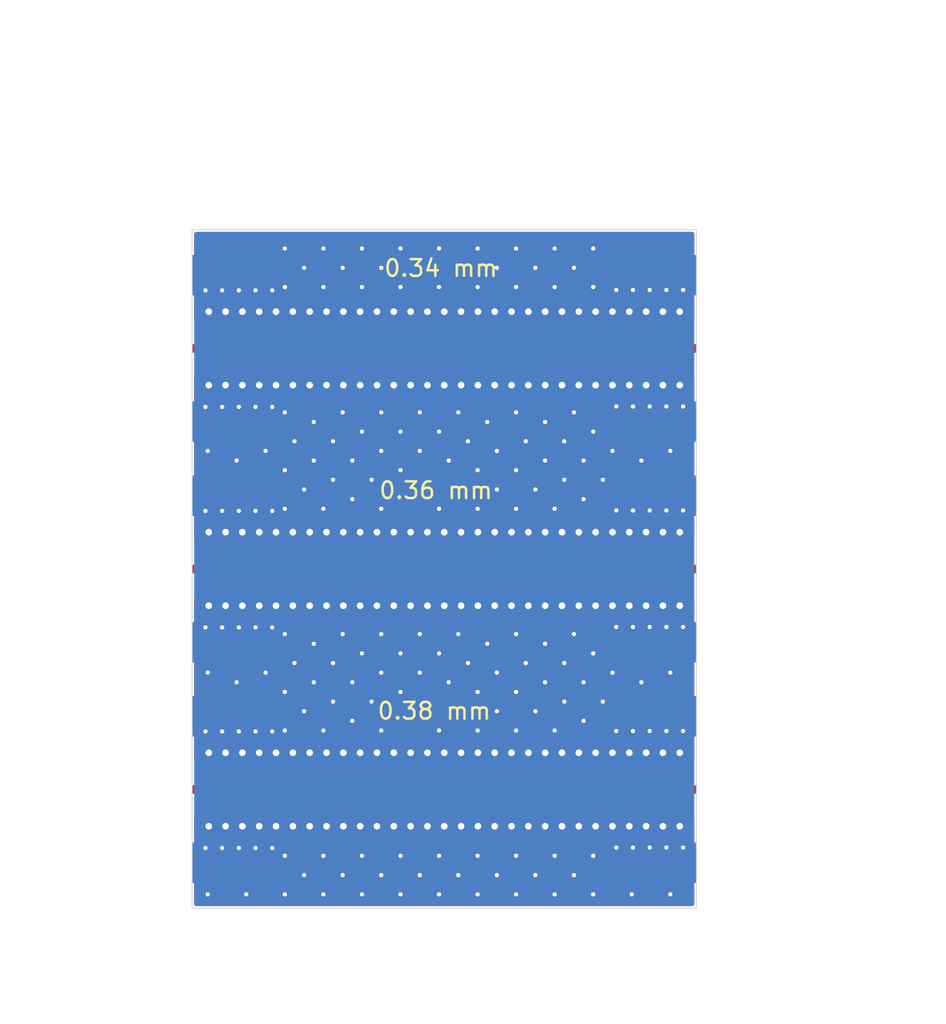
<source format=kicad_pcb>
(kicad_pcb (version 20200119) (host pcbnew "5.99.0-unknown")

  (general
    (thickness 1.65)
    (drawings 13)
    (tracks 338)
    (modules 6)
    (nets 5)
  )

  (page "A4")
  (layers
    (0 "F.Cu" signal)
    (1 "In1.Cu" power)
    (2 "In2.Cu" power)
    (31 "B.Cu" signal)
    (32 "B.Adhes" user)
    (33 "F.Adhes" user)
    (34 "B.Paste" user)
    (35 "F.Paste" user)
    (36 "B.SilkS" user)
    (37 "F.SilkS" user)
    (38 "B.Mask" user)
    (39 "F.Mask" user)
    (40 "Dwgs.User" user)
    (41 "Cmts.User" user)
    (42 "Eco1.User" user)
    (43 "Eco2.User" user)
    (44 "Edge.Cuts" user)
    (45 "Margin" user)
    (46 "B.CrtYd" user)
    (47 "F.CrtYd" user)
    (48 "B.Fab" user)
    (49 "F.Fab" user hide)
  )

  (setup
    (stackup
      (layer "F.SilkS" (type "Top Silk Screen"))
      (layer "F.Paste" (type "Top Solder Paste"))
      (layer "F.Mask" (type "Top Solder Mask") (color "Green") (thickness 0.01))
      (layer "F.Cu" (type "copper") (thickness 0.035))
      (layer "dielectric 1" (type "core") (thickness 0.1702) (material "FR4") (epsilon_r 4.5) (loss_tangent 0.02))
      (layer "In1.Cu" (type "copper") (thickness 0.0178))
      (layer "dielectric 2" (type "prepreg") (thickness 1.1938) (material "FR4") (epsilon_r 4.5) (loss_tangent 0.02))
      (layer "In2.Cu" (type "copper") (thickness 0.0178))
      (layer "dielectric 3" (type "core") (thickness 0.1702) (material "FR4") (epsilon_r 4.5) (loss_tangent 0.02))
      (layer "B.Cu" (type "copper") (thickness 0.035))
      (layer "B.Mask" (type "Bottom Solder Mask") (color "Green") (thickness 0.01))
      (layer "B.Paste" (type "Bottom Solder Paste"))
      (layer "B.SilkS" (type "Bottom Silk Screen"))
      (copper_finish "None")
      (dielectric_constraints no)
    )
    (last_trace_width 0.25)
    (trace_clearance 0.2)
    (zone_clearance 0.127)
    (zone_45_only no)
    (trace_min 0.127)
    (via_size 0.8)
    (via_drill 0.4)
    (via_min_size 0.254)
    (via_min_drill 0.254)
    (uvia_size 0.3)
    (uvia_drill 0.1)
    (uvias_allowed no)
    (uvia_min_size 0.2)
    (uvia_min_drill 0.1)
    (max_error 0.005)
    (defaults
      (edge_clearance 0.01)
      (edge_cuts_line_width 0.05)
      (courtyard_line_width 0.05)
      (copper_line_width 0.2)
      (copper_text_dims (size 1.5 1.5) (thickness 0.3))
      (silk_line_width 0.12)
      (silk_text_dims (size 1 1) (thickness 0.15))
      (other_layers_line_width 0.1)
      (other_layers_text_dims (size 1 1) (thickness 0.15))
      (dimension_units 0)
      (dimension_precision 1)
    )
    (pad_size 1.524 1.524)
    (pad_drill 0.762)
    (pad_to_mask_clearance 0.05)
    (aux_axis_origin 0 0)
    (visible_elements FFFFF77F)
    (pcbplotparams
      (layerselection 0x010fc_ffffffff)
      (usegerberextensions false)
      (usegerberattributes true)
      (usegerberadvancedattributes true)
      (creategerberjobfile true)
      (excludeedgelayer true)
      (linewidth 0.100000)
      (plotframeref false)
      (viasonmask false)
      (mode 1)
      (useauxorigin false)
      (hpglpennumber 1)
      (hpglpenspeed 20)
      (hpglpendiameter 15.000000)
      (psnegative false)
      (psa4output false)
      (plotreference true)
      (plotvalue true)
      (plotinvisibletext false)
      (padsonsilk false)
      (subtractmaskfromsilk false)
      (outputformat 1)
      (mirror false)
      (drillshape 0)
      (scaleselection 1)
      (outputdirectory "gerbers/")
    )
  )

  (net 0 "")
  (net 1 "GND")
  (net 2 "Net-(J1-Pad1)")
  (net 3 "Net-(J2-Pad1)")
  (net 4 "Net-(J3-Pad1)")

  (net_class "Default" "This is the default net class."
    (clearance 0.2)
    (trace_width 0.25)
    (via_dia 0.8)
    (via_drill 0.4)
    (uvia_dia 0.3)
    (uvia_drill 0.1)
    (add_net "GND")
  )

  (net_class "Microstrip1" ""
    (clearance 0.2)
    (trace_width 0.34)
    (via_dia 0.8)
    (via_drill 0.4)
    (uvia_dia 0.3)
    (uvia_drill 0.1)
    (add_net "Net-(J1-Pad1)")
  )

  (net_class "Microstrip2" ""
    (clearance 0.2)
    (trace_width 0.36)
    (via_dia 0.8)
    (via_drill 0.4)
    (uvia_dia 0.3)
    (uvia_drill 0.1)
    (add_net "Net-(J2-Pad1)")
  )

  (net_class "Microstrip3" ""
    (clearance 0.2)
    (trace_width 0.38)
    (via_dia 0.8)
    (via_drill 0.4)
    (uvia_dia 0.3)
    (uvia_drill 0.1)
    (add_net "Net-(J3-Pad1)")
  )

  (module "fmcw:BU-1420701851_SMA" (layer "F.Cu") (tedit 5EA33B41) (tstamp d1e4121a-b5dc-45fa-9b11-c95186708e32)
    (at 106.6 97.1)
    (path "/00000000-0000-0000-0000-00005eabee54")
    (clearance 0.1524)
    (attr smd)
    (fp_text reference "J6" (at -6.75 -4.45) (layer "F.SilkS") hide
      (effects (font (size 1 1) (thickness 0.15)))
    )
    (fp_text value "Conn_Coaxial" (at -0.02 -6.785) (layer "F.Fab")
      (effects (font (size 1 1) (thickness 0.15)))
    )
    (fp_line (start 11.17 10) (end 0 10) (layer "Dwgs.User") (width 0.12))
    (fp_line (start 11.17 -10) (end 11.17 10) (layer "Dwgs.User") (width 0.12))
    (fp_line (start 0 -10) (end 11.17 -10) (layer "Dwgs.User") (width 0.12))
    (fp_line (start 0 10) (end 0 -10) (layer "Dwgs.User") (width 0.12))
    (pad "2" thru_hole circle (at -2.8 3.475) (size 0.4572 0.4572) (drill 0.254) (layers *.Cu)
      (net 1 "GND") (pinfunction "Ext") (tstamp e01be57f-153c-4ae8-b5f6-56ae566d3ce6))
    (pad "2" thru_hole circle (at -1.8 3.475) (size 0.4572 0.4572) (drill 0.254) (layers *.Cu)
      (net 1 "GND") (pinfunction "Ext") (tstamp e01be57f-153c-4ae8-b5f6-56ae566d3ce6))
    (pad "2" thru_hole circle (at -4.8 3.475) (size 0.4572 0.4572) (drill 0.254) (layers *.Cu)
      (net 1 "GND") (pinfunction "Ext") (tstamp e01be57f-153c-4ae8-b5f6-56ae566d3ce6))
    (pad "2" thru_hole circle (at -0.8 3.475) (size 0.4572 0.4572) (drill 0.254) (layers *.Cu)
      (net 1 "GND") (pinfunction "Ext") (tstamp e01be57f-153c-4ae8-b5f6-56ae566d3ce6))
    (pad "2" thru_hole circle (at -3.8 3.475) (size 0.4572 0.4572) (drill 0.254) (layers *.Cu)
      (net 1 "GND") (pinfunction "Ext") (tstamp e01be57f-153c-4ae8-b5f6-56ae566d3ce6))
    (pad "2" thru_hole circle (at -0.8 -3.5) (size 0.4572 0.4572) (drill 0.254) (layers *.Cu)
      (net 1 "GND") (pinfunction "Ext") (tstamp e01be57f-153c-4ae8-b5f6-56ae566d3ce6))
    (pad "2" thru_hole circle (at -1.8 -3.5) (size 0.4572 0.4572) (drill 0.254) (layers *.Cu)
      (net 1 "GND") (pinfunction "Ext") (tstamp e01be57f-153c-4ae8-b5f6-56ae566d3ce6))
    (pad "2" thru_hole circle (at -2.8 -3.5) (size 0.4572 0.4572) (drill 0.254) (layers *.Cu)
      (net 1 "GND") (pinfunction "Ext") (tstamp e01be57f-153c-4ae8-b5f6-56ae566d3ce6))
    (pad "2" thru_hole circle (at -3.8 -3.5) (size 0.4572 0.4572) (drill 0.254) (layers *.Cu)
      (net 1 "GND") (pinfunction "Ext") (tstamp e01be57f-153c-4ae8-b5f6-56ae566d3ce6))
    (pad "2" thru_hole circle (at -4.8 -3.5) (size 0.4572 0.4572) (drill 0.254) (layers *.Cu)
      (net 1 "GND") (pinfunction "Ext") (tstamp e01be57f-153c-4ae8-b5f6-56ae566d3ce6))
    (pad "1" smd rect (at -1 0) (size 2 0.51) (layers "F.Cu" "F.Mask")
      (net 4 "Net-(J3-Pad1)") (pinfunction "In") (zone_connect 0) (tstamp 05458feb-3f1d-4579-977e-7fda520396e5))
    (pad "2" smd rect (at -2.54 4.3825) (size 5.08 2.415) (layers "F.Cu" "F.Mask")
      (net 1 "GND") (pinfunction "Ext") (tstamp 19ef6f70-9580-4f3b-bb68-51338edaa0db))
    (pad "2" smd rect (at -2.54 -4.3825) (size 5.08 2.415) (layers "F.Cu" "F.Mask")
      (net 1 "GND") (pinfunction "Ext") (tstamp 281493d1-a8f5-4819-8a89-1bb7cd17df77))
    (pad "2" smd rect (at -2.54 4.3825) (size 5.08 2.415) (layers "B.Cu" "B.Mask")
      (net 1 "GND") (pinfunction "Ext") (tstamp fd55584b-844a-43b5-9ba3-9490ea48193c))
    (pad "2" smd rect (at -2.54 -4.3825) (size 5.08 2.415) (layers "B.Cu" "B.Mask")
      (net 1 "GND") (pinfunction "Ext") (tstamp 0224a8d5-bd7a-432d-b3d9-789e19b9ab5c))
  )

  (module "fmcw:BU-1420701851_SMA" (layer "F.Cu") (tedit 5EA33B41) (tstamp 6ab8fef1-5def-44d1-af14-f2c0a79b65d3)
    (at 106.6 83.9)
    (path "/00000000-0000-0000-0000-00005eabe698")
    (clearance 0.1524)
    (attr smd)
    (fp_text reference "J5" (at -6.8 -4.45) (layer "F.SilkS") hide
      (effects (font (size 1 1) (thickness 0.15)))
    )
    (fp_text value "Conn_Coaxial" (at -0.02 -6.785) (layer "F.Fab")
      (effects (font (size 1 1) (thickness 0.15)))
    )
    (fp_line (start 11.17 10) (end 0 10) (layer "Dwgs.User") (width 0.12))
    (fp_line (start 11.17 -10) (end 11.17 10) (layer "Dwgs.User") (width 0.12))
    (fp_line (start 0 -10) (end 11.17 -10) (layer "Dwgs.User") (width 0.12))
    (fp_line (start 0 10) (end 0 -10) (layer "Dwgs.User") (width 0.12))
    (pad "2" thru_hole circle (at -2.8 3.475) (size 0.4572 0.4572) (drill 0.254) (layers *.Cu)
      (net 1 "GND") (pinfunction "Ext") (tstamp e01be57f-153c-4ae8-b5f6-56ae566d3ce6))
    (pad "2" thru_hole circle (at -1.8 3.475) (size 0.4572 0.4572) (drill 0.254) (layers *.Cu)
      (net 1 "GND") (pinfunction "Ext") (tstamp e01be57f-153c-4ae8-b5f6-56ae566d3ce6))
    (pad "2" thru_hole circle (at -4.8 3.475) (size 0.4572 0.4572) (drill 0.254) (layers *.Cu)
      (net 1 "GND") (pinfunction "Ext") (tstamp e01be57f-153c-4ae8-b5f6-56ae566d3ce6))
    (pad "2" thru_hole circle (at -0.8 3.475) (size 0.4572 0.4572) (drill 0.254) (layers *.Cu)
      (net 1 "GND") (pinfunction "Ext") (tstamp e01be57f-153c-4ae8-b5f6-56ae566d3ce6))
    (pad "2" thru_hole circle (at -3.8 3.475) (size 0.4572 0.4572) (drill 0.254) (layers *.Cu)
      (net 1 "GND") (pinfunction "Ext") (tstamp e01be57f-153c-4ae8-b5f6-56ae566d3ce6))
    (pad "2" thru_hole circle (at -0.8 -3.5) (size 0.4572 0.4572) (drill 0.254) (layers *.Cu)
      (net 1 "GND") (pinfunction "Ext") (tstamp e01be57f-153c-4ae8-b5f6-56ae566d3ce6))
    (pad "2" thru_hole circle (at -1.8 -3.5) (size 0.4572 0.4572) (drill 0.254) (layers *.Cu)
      (net 1 "GND") (pinfunction "Ext") (tstamp e01be57f-153c-4ae8-b5f6-56ae566d3ce6))
    (pad "2" thru_hole circle (at -2.8 -3.5) (size 0.4572 0.4572) (drill 0.254) (layers *.Cu)
      (net 1 "GND") (pinfunction "Ext") (tstamp e01be57f-153c-4ae8-b5f6-56ae566d3ce6))
    (pad "2" thru_hole circle (at -3.8 -3.5) (size 0.4572 0.4572) (drill 0.254) (layers *.Cu)
      (net 1 "GND") (pinfunction "Ext") (tstamp e01be57f-153c-4ae8-b5f6-56ae566d3ce6))
    (pad "2" thru_hole circle (at -4.8 -3.5) (size 0.4572 0.4572) (drill 0.254) (layers *.Cu)
      (net 1 "GND") (pinfunction "Ext") (tstamp e01be57f-153c-4ae8-b5f6-56ae566d3ce6))
    (pad "1" smd rect (at -1 0) (size 2 0.51) (layers "F.Cu" "F.Mask")
      (net 3 "Net-(J2-Pad1)") (pinfunction "In") (zone_connect 0) (tstamp 05458feb-3f1d-4579-977e-7fda520396e5))
    (pad "2" smd rect (at -2.54 4.3825) (size 5.08 2.415) (layers "F.Cu" "F.Mask")
      (net 1 "GND") (pinfunction "Ext") (tstamp 19ef6f70-9580-4f3b-bb68-51338edaa0db))
    (pad "2" smd rect (at -2.54 -4.3825) (size 5.08 2.415) (layers "F.Cu" "F.Mask")
      (net 1 "GND") (pinfunction "Ext") (tstamp 281493d1-a8f5-4819-8a89-1bb7cd17df77))
    (pad "2" smd rect (at -2.54 4.3825) (size 5.08 2.415) (layers "B.Cu" "B.Mask")
      (net 1 "GND") (pinfunction "Ext") (tstamp fd55584b-844a-43b5-9ba3-9490ea48193c))
    (pad "2" smd rect (at -2.54 -4.3825) (size 5.08 2.415) (layers "B.Cu" "B.Mask")
      (net 1 "GND") (pinfunction "Ext") (tstamp 0224a8d5-bd7a-432d-b3d9-789e19b9ab5c))
  )

  (module "fmcw:BU-1420701851_SMA" (layer "F.Cu") (tedit 5EA33B41) (tstamp 3d938928-5725-42c6-a2ae-6ccdf3bdc292)
    (at 106.6 70.7)
    (path "/00000000-0000-0000-0000-00005eabdf17")
    (clearance 0.1524)
    (attr smd)
    (fp_text reference "J4" (at -6.7 -4.5) (layer "F.SilkS") hide
      (effects (font (size 1 1) (thickness 0.15)))
    )
    (fp_text value "Conn_Coaxial" (at -0.02 -6.785) (layer "F.Fab")
      (effects (font (size 1 1) (thickness 0.15)))
    )
    (fp_line (start 11.17 10) (end 0 10) (layer "Dwgs.User") (width 0.12))
    (fp_line (start 11.17 -10) (end 11.17 10) (layer "Dwgs.User") (width 0.12))
    (fp_line (start 0 -10) (end 11.17 -10) (layer "Dwgs.User") (width 0.12))
    (fp_line (start 0 10) (end 0 -10) (layer "Dwgs.User") (width 0.12))
    (pad "2" thru_hole circle (at -2.8 3.475) (size 0.4572 0.4572) (drill 0.254) (layers *.Cu)
      (net 1 "GND") (pinfunction "Ext") (tstamp e01be57f-153c-4ae8-b5f6-56ae566d3ce6))
    (pad "2" thru_hole circle (at -1.8 3.475) (size 0.4572 0.4572) (drill 0.254) (layers *.Cu)
      (net 1 "GND") (pinfunction "Ext") (tstamp e01be57f-153c-4ae8-b5f6-56ae566d3ce6))
    (pad "2" thru_hole circle (at -4.8 3.475) (size 0.4572 0.4572) (drill 0.254) (layers *.Cu)
      (net 1 "GND") (pinfunction "Ext") (tstamp e01be57f-153c-4ae8-b5f6-56ae566d3ce6))
    (pad "2" thru_hole circle (at -0.8 3.475) (size 0.4572 0.4572) (drill 0.254) (layers *.Cu)
      (net 1 "GND") (pinfunction "Ext") (tstamp e01be57f-153c-4ae8-b5f6-56ae566d3ce6))
    (pad "2" thru_hole circle (at -3.8 3.475) (size 0.4572 0.4572) (drill 0.254) (layers *.Cu)
      (net 1 "GND") (pinfunction "Ext") (tstamp e01be57f-153c-4ae8-b5f6-56ae566d3ce6))
    (pad "2" thru_hole circle (at -0.8 -3.5) (size 0.4572 0.4572) (drill 0.254) (layers *.Cu)
      (net 1 "GND") (pinfunction "Ext") (tstamp e01be57f-153c-4ae8-b5f6-56ae566d3ce6))
    (pad "2" thru_hole circle (at -1.8 -3.5) (size 0.4572 0.4572) (drill 0.254) (layers *.Cu)
      (net 1 "GND") (pinfunction "Ext") (tstamp e01be57f-153c-4ae8-b5f6-56ae566d3ce6))
    (pad "2" thru_hole circle (at -2.8 -3.5) (size 0.4572 0.4572) (drill 0.254) (layers *.Cu)
      (net 1 "GND") (pinfunction "Ext") (tstamp e01be57f-153c-4ae8-b5f6-56ae566d3ce6))
    (pad "2" thru_hole circle (at -3.8 -3.5) (size 0.4572 0.4572) (drill 0.254) (layers *.Cu)
      (net 1 "GND") (pinfunction "Ext") (tstamp e01be57f-153c-4ae8-b5f6-56ae566d3ce6))
    (pad "2" thru_hole circle (at -4.8 -3.5) (size 0.4572 0.4572) (drill 0.254) (layers *.Cu)
      (net 1 "GND") (pinfunction "Ext") (tstamp e01be57f-153c-4ae8-b5f6-56ae566d3ce6))
    (pad "1" smd rect (at -1 0) (size 2 0.51) (layers "F.Cu" "F.Mask")
      (net 2 "Net-(J1-Pad1)") (pinfunction "In") (zone_connect 0) (tstamp 05458feb-3f1d-4579-977e-7fda520396e5))
    (pad "2" smd rect (at -2.54 4.3825) (size 5.08 2.415) (layers "F.Cu" "F.Mask")
      (net 1 "GND") (pinfunction "Ext") (tstamp 19ef6f70-9580-4f3b-bb68-51338edaa0db))
    (pad "2" smd rect (at -2.54 -4.3825) (size 5.08 2.415) (layers "F.Cu" "F.Mask")
      (net 1 "GND") (pinfunction "Ext") (tstamp 281493d1-a8f5-4819-8a89-1bb7cd17df77))
    (pad "2" smd rect (at -2.54 4.3825) (size 5.08 2.415) (layers "B.Cu" "B.Mask")
      (net 1 "GND") (pinfunction "Ext") (tstamp fd55584b-844a-43b5-9ba3-9490ea48193c))
    (pad "2" smd rect (at -2.54 -4.3825) (size 5.08 2.415) (layers "B.Cu" "B.Mask")
      (net 1 "GND") (pinfunction "Ext") (tstamp 0224a8d5-bd7a-432d-b3d9-789e19b9ab5c))
  )

  (module "fmcw:BU-1420701851_SMA" (layer "F.Cu") (tedit 5EA33B41) (tstamp bbf3681b-383a-47cb-9cd7-daa3e93556ce)
    (at 76.4 97.1 180)
    (path "/00000000-0000-0000-0000-00005eabee5b")
    (clearance 0.1524)
    (attr smd)
    (fp_text reference "J3" (at -6.75 4.45) (layer "F.SilkS") hide
      (effects (font (size 1 1) (thickness 0.15)))
    )
    (fp_text value "Conn_Coaxial" (at -0.02 -6.785) (layer "F.Fab")
      (effects (font (size 1 1) (thickness 0.15)))
    )
    (fp_line (start 11.17 10) (end 0 10) (layer "Dwgs.User") (width 0.12))
    (fp_line (start 11.17 -10) (end 11.17 10) (layer "Dwgs.User") (width 0.12))
    (fp_line (start 0 -10) (end 11.17 -10) (layer "Dwgs.User") (width 0.12))
    (fp_line (start 0 10) (end 0 -10) (layer "Dwgs.User") (width 0.12))
    (pad "2" thru_hole circle (at -2.8 3.475 180) (size 0.4572 0.4572) (drill 0.254) (layers *.Cu)
      (net 1 "GND") (pinfunction "Ext") (tstamp e01be57f-153c-4ae8-b5f6-56ae566d3ce6))
    (pad "2" thru_hole circle (at -1.8 3.475 180) (size 0.4572 0.4572) (drill 0.254) (layers *.Cu)
      (net 1 "GND") (pinfunction "Ext") (tstamp e01be57f-153c-4ae8-b5f6-56ae566d3ce6))
    (pad "2" thru_hole circle (at -4.8 3.475 180) (size 0.4572 0.4572) (drill 0.254) (layers *.Cu)
      (net 1 "GND") (pinfunction "Ext") (tstamp e01be57f-153c-4ae8-b5f6-56ae566d3ce6))
    (pad "2" thru_hole circle (at -0.8 3.475 180) (size 0.4572 0.4572) (drill 0.254) (layers *.Cu)
      (net 1 "GND") (pinfunction "Ext") (tstamp e01be57f-153c-4ae8-b5f6-56ae566d3ce6))
    (pad "2" thru_hole circle (at -3.8 3.475 180) (size 0.4572 0.4572) (drill 0.254) (layers *.Cu)
      (net 1 "GND") (pinfunction "Ext") (tstamp e01be57f-153c-4ae8-b5f6-56ae566d3ce6))
    (pad "2" thru_hole circle (at -0.8 -3.5 180) (size 0.4572 0.4572) (drill 0.254) (layers *.Cu)
      (net 1 "GND") (pinfunction "Ext") (tstamp e01be57f-153c-4ae8-b5f6-56ae566d3ce6))
    (pad "2" thru_hole circle (at -1.8 -3.5 180) (size 0.4572 0.4572) (drill 0.254) (layers *.Cu)
      (net 1 "GND") (pinfunction "Ext") (tstamp e01be57f-153c-4ae8-b5f6-56ae566d3ce6))
    (pad "2" thru_hole circle (at -2.8 -3.5 180) (size 0.4572 0.4572) (drill 0.254) (layers *.Cu)
      (net 1 "GND") (pinfunction "Ext") (tstamp e01be57f-153c-4ae8-b5f6-56ae566d3ce6))
    (pad "2" thru_hole circle (at -3.8 -3.5 180) (size 0.4572 0.4572) (drill 0.254) (layers *.Cu)
      (net 1 "GND") (pinfunction "Ext") (tstamp e01be57f-153c-4ae8-b5f6-56ae566d3ce6))
    (pad "2" thru_hole circle (at -4.8 -3.5 180) (size 0.4572 0.4572) (drill 0.254) (layers *.Cu)
      (net 1 "GND") (pinfunction "Ext") (tstamp e01be57f-153c-4ae8-b5f6-56ae566d3ce6))
    (pad "1" smd rect (at -1 0 180) (size 2 0.51) (layers "F.Cu" "F.Mask")
      (net 4 "Net-(J3-Pad1)") (pinfunction "In") (zone_connect 0) (tstamp 05458feb-3f1d-4579-977e-7fda520396e5))
    (pad "2" smd rect (at -2.54 4.3825 180) (size 5.08 2.415) (layers "F.Cu" "F.Mask")
      (net 1 "GND") (pinfunction "Ext") (tstamp 19ef6f70-9580-4f3b-bb68-51338edaa0db))
    (pad "2" smd rect (at -2.54 -4.3825 180) (size 5.08 2.415) (layers "F.Cu" "F.Mask")
      (net 1 "GND") (pinfunction "Ext") (tstamp 281493d1-a8f5-4819-8a89-1bb7cd17df77))
    (pad "2" smd rect (at -2.54 4.3825 180) (size 5.08 2.415) (layers "B.Cu" "B.Mask")
      (net 1 "GND") (pinfunction "Ext") (tstamp fd55584b-844a-43b5-9ba3-9490ea48193c))
    (pad "2" smd rect (at -2.54 -4.3825 180) (size 5.08 2.415) (layers "B.Cu" "B.Mask")
      (net 1 "GND") (pinfunction "Ext") (tstamp 0224a8d5-bd7a-432d-b3d9-789e19b9ab5c))
  )

  (module "fmcw:BU-1420701851_SMA" (layer "F.Cu") (tedit 5EA33B41) (tstamp 6ffddedc-168a-47ce-b8cf-820d83fd5976)
    (at 76.4 83.9 180)
    (path "/00000000-0000-0000-0000-00005eabe69f")
    (clearance 0.1524)
    (attr smd)
    (fp_text reference "J2" (at -6.6 4.5) (layer "F.SilkS") hide
      (effects (font (size 1 1) (thickness 0.15)))
    )
    (fp_text value "Conn_Coaxial" (at -0.02 -6.785) (layer "F.Fab")
      (effects (font (size 1 1) (thickness 0.15)))
    )
    (fp_line (start 11.17 10) (end 0 10) (layer "Dwgs.User") (width 0.12))
    (fp_line (start 11.17 -10) (end 11.17 10) (layer "Dwgs.User") (width 0.12))
    (fp_line (start 0 -10) (end 11.17 -10) (layer "Dwgs.User") (width 0.12))
    (fp_line (start 0 10) (end 0 -10) (layer "Dwgs.User") (width 0.12))
    (pad "2" thru_hole circle (at -2.8 3.475 180) (size 0.4572 0.4572) (drill 0.254) (layers *.Cu)
      (net 1 "GND") (pinfunction "Ext") (tstamp e01be57f-153c-4ae8-b5f6-56ae566d3ce6))
    (pad "2" thru_hole circle (at -1.8 3.475 180) (size 0.4572 0.4572) (drill 0.254) (layers *.Cu)
      (net 1 "GND") (pinfunction "Ext") (tstamp e01be57f-153c-4ae8-b5f6-56ae566d3ce6))
    (pad "2" thru_hole circle (at -4.8 3.475 180) (size 0.4572 0.4572) (drill 0.254) (layers *.Cu)
      (net 1 "GND") (pinfunction "Ext") (tstamp e01be57f-153c-4ae8-b5f6-56ae566d3ce6))
    (pad "2" thru_hole circle (at -0.8 3.475 180) (size 0.4572 0.4572) (drill 0.254) (layers *.Cu)
      (net 1 "GND") (pinfunction "Ext") (tstamp e01be57f-153c-4ae8-b5f6-56ae566d3ce6))
    (pad "2" thru_hole circle (at -3.8 3.475 180) (size 0.4572 0.4572) (drill 0.254) (layers *.Cu)
      (net 1 "GND") (pinfunction "Ext") (tstamp e01be57f-153c-4ae8-b5f6-56ae566d3ce6))
    (pad "2" thru_hole circle (at -0.8 -3.5 180) (size 0.4572 0.4572) (drill 0.254) (layers *.Cu)
      (net 1 "GND") (pinfunction "Ext") (tstamp e01be57f-153c-4ae8-b5f6-56ae566d3ce6))
    (pad "2" thru_hole circle (at -1.8 -3.5 180) (size 0.4572 0.4572) (drill 0.254) (layers *.Cu)
      (net 1 "GND") (pinfunction "Ext") (tstamp e01be57f-153c-4ae8-b5f6-56ae566d3ce6))
    (pad "2" thru_hole circle (at -2.8 -3.5 180) (size 0.4572 0.4572) (drill 0.254) (layers *.Cu)
      (net 1 "GND") (pinfunction "Ext") (tstamp e01be57f-153c-4ae8-b5f6-56ae566d3ce6))
    (pad "2" thru_hole circle (at -3.8 -3.5 180) (size 0.4572 0.4572) (drill 0.254) (layers *.Cu)
      (net 1 "GND") (pinfunction "Ext") (tstamp e01be57f-153c-4ae8-b5f6-56ae566d3ce6))
    (pad "2" thru_hole circle (at -4.8 -3.5 180) (size 0.4572 0.4572) (drill 0.254) (layers *.Cu)
      (net 1 "GND") (pinfunction "Ext") (tstamp e01be57f-153c-4ae8-b5f6-56ae566d3ce6))
    (pad "1" smd rect (at -1 0 180) (size 2 0.51) (layers "F.Cu" "F.Mask")
      (net 3 "Net-(J2-Pad1)") (pinfunction "In") (zone_connect 0) (tstamp 05458feb-3f1d-4579-977e-7fda520396e5))
    (pad "2" smd rect (at -2.54 4.3825 180) (size 5.08 2.415) (layers "F.Cu" "F.Mask")
      (net 1 "GND") (pinfunction "Ext") (tstamp 19ef6f70-9580-4f3b-bb68-51338edaa0db))
    (pad "2" smd rect (at -2.54 -4.3825 180) (size 5.08 2.415) (layers "F.Cu" "F.Mask")
      (net 1 "GND") (pinfunction "Ext") (tstamp 281493d1-a8f5-4819-8a89-1bb7cd17df77))
    (pad "2" smd rect (at -2.54 4.3825 180) (size 5.08 2.415) (layers "B.Cu" "B.Mask")
      (net 1 "GND") (pinfunction "Ext") (tstamp fd55584b-844a-43b5-9ba3-9490ea48193c))
    (pad "2" smd rect (at -2.54 -4.3825 180) (size 5.08 2.415) (layers "B.Cu" "B.Mask")
      (net 1 "GND") (pinfunction "Ext") (tstamp 0224a8d5-bd7a-432d-b3d9-789e19b9ab5c))
  )

  (module "fmcw:BU-1420701851_SMA" (layer "F.Cu") (tedit 5EA33B41) (tstamp ef9298a1-d173-40a9-9995-02fdc9e130da)
    (at 76.4 70.7 180)
    (path "/00000000-0000-0000-0000-00005eabb4b2")
    (clearance 0.1524)
    (attr smd)
    (fp_text reference "J1" (at -6.6 4.5) (layer "F.SilkS") hide
      (effects (font (size 1 1) (thickness 0.15)))
    )
    (fp_text value "Conn_Coaxial" (at -0.02 -6.785) (layer "F.Fab")
      (effects (font (size 1 1) (thickness 0.15)))
    )
    (fp_line (start 11.17 10) (end 0 10) (layer "Dwgs.User") (width 0.12))
    (fp_line (start 11.17 -10) (end 11.17 10) (layer "Dwgs.User") (width 0.12))
    (fp_line (start 0 -10) (end 11.17 -10) (layer "Dwgs.User") (width 0.12))
    (fp_line (start 0 10) (end 0 -10) (layer "Dwgs.User") (width 0.12))
    (pad "2" thru_hole circle (at -2.8 3.475 180) (size 0.4572 0.4572) (drill 0.254) (layers *.Cu)
      (net 1 "GND") (pinfunction "Ext") (tstamp e01be57f-153c-4ae8-b5f6-56ae566d3ce6))
    (pad "2" thru_hole circle (at -1.8 3.475 180) (size 0.4572 0.4572) (drill 0.254) (layers *.Cu)
      (net 1 "GND") (pinfunction "Ext") (tstamp e01be57f-153c-4ae8-b5f6-56ae566d3ce6))
    (pad "2" thru_hole circle (at -4.8 3.475 180) (size 0.4572 0.4572) (drill 0.254) (layers *.Cu)
      (net 1 "GND") (pinfunction "Ext") (tstamp e01be57f-153c-4ae8-b5f6-56ae566d3ce6))
    (pad "2" thru_hole circle (at -0.8 3.475 180) (size 0.4572 0.4572) (drill 0.254) (layers *.Cu)
      (net 1 "GND") (pinfunction "Ext") (tstamp e01be57f-153c-4ae8-b5f6-56ae566d3ce6))
    (pad "2" thru_hole circle (at -3.8 3.475 180) (size 0.4572 0.4572) (drill 0.254) (layers *.Cu)
      (net 1 "GND") (pinfunction "Ext") (tstamp e01be57f-153c-4ae8-b5f6-56ae566d3ce6))
    (pad "2" thru_hole circle (at -0.8 -3.5 180) (size 0.4572 0.4572) (drill 0.254) (layers *.Cu)
      (net 1 "GND") (pinfunction "Ext") (tstamp e01be57f-153c-4ae8-b5f6-56ae566d3ce6))
    (pad "2" thru_hole circle (at -1.8 -3.5 180) (size 0.4572 0.4572) (drill 0.254) (layers *.Cu)
      (net 1 "GND") (pinfunction "Ext") (tstamp e01be57f-153c-4ae8-b5f6-56ae566d3ce6))
    (pad "2" thru_hole circle (at -2.8 -3.5 180) (size 0.4572 0.4572) (drill 0.254) (layers *.Cu)
      (net 1 "GND") (pinfunction "Ext") (tstamp e01be57f-153c-4ae8-b5f6-56ae566d3ce6))
    (pad "2" thru_hole circle (at -3.8 -3.5 180) (size 0.4572 0.4572) (drill 0.254) (layers *.Cu)
      (net 1 "GND") (pinfunction "Ext") (tstamp e01be57f-153c-4ae8-b5f6-56ae566d3ce6))
    (pad "2" thru_hole circle (at -4.8 -3.5 180) (size 0.4572 0.4572) (drill 0.254) (layers *.Cu)
      (net 1 "GND") (pinfunction "Ext") (tstamp e01be57f-153c-4ae8-b5f6-56ae566d3ce6))
    (pad "1" smd rect (at -1 0 180) (size 2 0.51) (layers "F.Cu" "F.Mask")
      (net 2 "Net-(J1-Pad1)") (pinfunction "In") (zone_connect 0) (tstamp 05458feb-3f1d-4579-977e-7fda520396e5))
    (pad "2" smd rect (at -2.54 4.3825 180) (size 5.08 2.415) (layers "F.Cu" "F.Mask")
      (net 1 "GND") (pinfunction "Ext") (tstamp 19ef6f70-9580-4f3b-bb68-51338edaa0db))
    (pad "2" smd rect (at -2.54 -4.3825 180) (size 5.08 2.415) (layers "F.Cu" "F.Mask")
      (net 1 "GND") (pinfunction "Ext") (tstamp 281493d1-a8f5-4819-8a89-1bb7cd17df77))
    (pad "2" smd rect (at -2.54 4.3825 180) (size 5.08 2.415) (layers "B.Cu" "B.Mask")
      (net 1 "GND") (pinfunction "Ext") (tstamp fd55584b-844a-43b5-9ba3-9490ea48193c))
    (pad "2" smd rect (at -2.54 -4.3825 180) (size 5.08 2.415) (layers "B.Cu" "B.Mask")
      (net 1 "GND") (pinfunction "Ext") (tstamp 0224a8d5-bd7a-432d-b3d9-789e19b9ab5c))
  )

  (gr_line (start 79.7 97.1) (end 103.3 97.1) (layer "F.Mask") (width 0.78) (tstamp b4d86a87-ccea-47eb-bbc7-9f77d380dc3c))
  (gr_line (start 79.6 83.9) (end 103.4 83.9) (layer "F.Mask") (width 0.76) (tstamp 490601b3-60de-4878-a03f-44fe4d6945d2))
  (gr_line (start 79.5 70.7) (end 103.5 70.7) (layer "F.Mask") (width 0.74) (tstamp acc63d4f-4292-4bac-ad6c-a73efcfa0ae6))
  (gr_text "0.38 mm" (at 90.9 92.4) (layer "F.SilkS") (tstamp 8a780760-8c7a-407c-9061-91cf57d8286d)
    (effects (font (size 1 1) (thickness 0.15)))
  )
  (gr_text "0.36 mm" (at 91 79.2) (layer "F.SilkS") (tstamp ca25d94a-93ac-4101-b97d-294ad54596e9)
    (effects (font (size 1 1) (thickness 0.15)))
  )
  (gr_text "0.34 mm" (at 91.3 65.9) (layer "F.SilkS") (tstamp 9f62e797-0a73-4a26-be46-deb229f60f58)
    (effects (font (size 1 1) (thickness 0.15)))
  )
  (gr_text "Cost:\n$10/sq.in x 1.19in. x 1.6in. = $19" (at 77.6 51.5) (layer "Cmts.User") (tstamp 786615a2-d42b-432d-8216-afaac0d75eec)
    (effects (font (size 1 1) (thickness 0.15) italic) (justify left))
  )
  (dimension 40.65 (width 0.1) (layer "Dwgs.User") (tstamp e369d7c0-8460-47c2-beb9-67165ef9014d)
    (gr_text "1.6004 in" (at 120.15 83.925 270) (layer "Dwgs.User") (tstamp e369d7c0-8460-47c2-beb9-67165ef9014d)
      (effects (font (size 1 1) (thickness 0.15)))
    )
    (feature1 (pts (xy 106.6 104.25) (xy 119.486421 104.25)))
    (feature2 (pts (xy 106.6 63.6) (xy 119.486421 63.6)))
    (crossbar (pts (xy 118.9 63.6) (xy 118.9 104.25)))
    (arrow1a (pts (xy 118.9 104.25) (xy 118.313579 103.123496)))
    (arrow1b (pts (xy 118.9 104.25) (xy 119.486421 103.123496)))
    (arrow2a (pts (xy 118.9 63.6) (xy 118.313579 64.726504)))
    (arrow2b (pts (xy 118.9 63.6) (xy 119.486421 64.726504)))
  )
  (gr_line (start 76.4 104.2) (end 76.4 63.6) (layer "Edge.Cuts") (width 0.05) (tstamp 8b69be29-0e2b-444b-b09b-01190d1dc0d9))
  (gr_line (start 106.6 104.2) (end 76.4 104.2) (layer "Edge.Cuts") (width 0.05) (tstamp 4f12a696-e22f-4f29-b037-d27d0a3370d7))
  (gr_line (start 106.6 63.6) (end 106.6 104.2) (layer "Edge.Cuts") (width 0.05) (tstamp 9a0040dd-ce13-43bb-8094-f8de5f22c695))
  (gr_line (start 76.4 63.6) (end 106.6 63.6) (layer "Edge.Cuts") (width 0.05) (tstamp 421893fa-819c-4065-a70c-bcef1d735e83))
  (dimension 30.2 (width 0.1) (layer "Dwgs.User") (tstamp 96b8187c-5819-4cea-b63e-fbc74474adb8)
    (gr_text "1.1890 in" (at 91.5 55.05) (layer "Dwgs.User") (tstamp 96b8187c-5819-4cea-b63e-fbc74474adb8)
      (effects (font (size 1 1) (thickness 0.15)))
    )
    (feature1 (pts (xy 106.6 63.6) (xy 106.6 55.713579)))
    (feature2 (pts (xy 76.4 63.6) (xy 76.4 55.713579)))
    (crossbar (pts (xy 76.4 56.3) (xy 106.6 56.3)))
    (arrow1a (pts (xy 106.6 56.3) (xy 105.473496 56.886421)))
    (arrow1b (pts (xy 106.6 56.3) (xy 105.473496 55.713579)))
    (arrow2a (pts (xy 76.4 56.3) (xy 77.526504 56.886421)))
    (arrow2b (pts (xy 76.4 56.3) (xy 77.526504 55.713579)))
  )

  (via (at 87.724762 65.8725) (size 0.45) (drill 0.254) (layers "F.Cu" "B.Cu") (net 1) (tstamp 0ac54c1c-1ae6-4a7e-899d-1f3881b12249))
  (via (at 78.407142 99.3) (size 0.8) (drill 0.4) (layers "F.Cu" "B.Cu") (net 1) (tstamp 83d48b59-028a-41cc-a323-8577b5f9f3dc))
  (via (at 79.414285 99.3) (size 0.8) (drill 0.4) (layers "F.Cu" "B.Cu") (net 1) (tstamp a4ba56a4-0680-4828-8d6c-c687244dab6e))
  (via (at 80.421428 99.3) (size 0.8) (drill 0.4) (layers "F.Cu" "B.Cu") (net 1) (tstamp b520cc8b-47dd-4697-917c-6175d73b0ad2))
  (via (at 81.428571 99.3) (size 0.8) (drill 0.4) (layers "F.Cu" "B.Cu") (net 1) (tstamp 062b11b5-15fb-4e7c-8b51-f133878f92bf))
  (via (at 82.435714 99.3) (size 0.8) (drill 0.4) (layers "F.Cu" "B.Cu") (net 1) (tstamp 96c7f208-1544-444a-b6b7-3b37b8a6c3dc))
  (via (at 83.442857 99.3) (size 0.8) (drill 0.4) (layers "F.Cu" "B.Cu") (net 1) (tstamp 39c55f42-8875-47f8-b8fc-0b283858472f))
  (via (at 84.45 99.3) (size 0.8) (drill 0.4) (layers "F.Cu" "B.Cu") (net 1) (tstamp 732e2031-9fcf-472d-b545-c4b30d538f4d))
  (via (at 85.457142 99.3) (size 0.8) (drill 0.4) (layers "F.Cu" "B.Cu") (net 1) (tstamp 743ac71b-e148-4255-a446-05d254b82294))
  (via (at 86.464285 99.3) (size 0.8) (drill 0.4) (layers "F.Cu" "B.Cu") (net 1) (tstamp 9d78b9e2-242a-496c-a129-a3f0301cd6f7))
  (via (at 87.471428 99.3) (size 0.8) (drill 0.4) (layers "F.Cu" "B.Cu") (net 1) (tstamp 58bcbf33-bfdf-4ae5-921c-ed722a12c646))
  (via (at 88.478571 99.3) (size 0.8) (drill 0.4) (layers "F.Cu" "B.Cu") (net 1) (tstamp 0338d83f-b6a7-4fb8-8f07-35ef0653c4bf))
  (via (at 89.485714 99.3) (size 0.8) (drill 0.4) (layers "F.Cu" "B.Cu") (net 1) (tstamp 01ec8f1e-74d7-4e90-a791-641fc8b83f5b))
  (via (at 90.492857 99.3) (size 0.8) (drill 0.4) (layers "F.Cu" "B.Cu") (net 1) (tstamp e8014cc2-f54d-4ce7-b158-2746b6c77d7c))
  (via (at 91.5 99.3) (size 0.8) (drill 0.4) (layers "F.Cu" "B.Cu") (net 1) (tstamp 1a046d77-fb7e-4d06-b556-1d252f0e8248))
  (via (at 92.507142 99.3) (size 0.8) (drill 0.4) (layers "F.Cu" "B.Cu") (net 1) (tstamp ea5e0148-de8c-4698-905f-624fcc6cd2c8))
  (via (at 93.514285 99.3) (size 0.8) (drill 0.4) (layers "F.Cu" "B.Cu") (net 1) (tstamp df8654fb-163e-42b8-8c6c-0ef956990a7f))
  (via (at 94.521428 99.3) (size 0.8) (drill 0.4) (layers "F.Cu" "B.Cu") (net 1) (tstamp a004ca15-5ad7-4f14-9ccc-eff48e0fb3bd))
  (via (at 95.528571 99.3) (size 0.8) (drill 0.4) (layers "F.Cu" "B.Cu") (net 1) (tstamp 6838e88e-3924-4577-b20e-ef97f09feaa4))
  (via (at 96.535714 99.3) (size 0.8) (drill 0.4) (layers "F.Cu" "B.Cu") (net 1) (tstamp 2f17b87a-077d-4adf-9128-de4d370098a5))
  (via (at 97.542857 99.3) (size 0.8) (drill 0.4) (layers "F.Cu" "B.Cu") (net 1) (tstamp 407fd4db-7e0b-402d-a7fc-dfdd589288e8))
  (via (at 98.55 99.3) (size 0.8) (drill 0.4) (layers "F.Cu" "B.Cu") (net 1) (tstamp 5d44b120-59cd-4b78-84da-1f82be69ff19))
  (via (at 99.557142 99.3) (size 0.8) (drill 0.4) (layers "F.Cu" "B.Cu") (net 1) (tstamp 444f7b85-e9e0-4ce9-aa78-4e025ae74e0d))
  (via (at 100.564285 99.3) (size 0.8) (drill 0.4) (layers "F.Cu" "B.Cu") (net 1) (tstamp 834b181f-a528-4ada-99d1-db7a801b78be))
  (via (at 101.571428 99.3) (size 0.8) (drill 0.4) (layers "F.Cu" "B.Cu") (net 1) (tstamp a1696b9e-24a1-490c-a92b-7fa6edf161ea))
  (via (at 102.578571 99.3) (size 0.8) (drill 0.4) (layers "F.Cu" "B.Cu") (net 1) (tstamp f43a25e7-a1f6-4168-af3b-292bed7eb78a))
  (via (at 103.585714 99.3) (size 0.8) (drill 0.4) (layers "F.Cu" "B.Cu") (net 1) (tstamp 0f30e594-5ab4-4e5a-ba05-7eb3afbbe7f9))
  (via (at 104.592857 99.3) (size 0.8) (drill 0.4) (layers "F.Cu" "B.Cu") (net 1) (tstamp f19e684d-57ac-404c-9ed1-106d5acab2f2))
  (via (at 77.4 99.3) (size 0.8) (drill 0.4) (layers "F.Cu" "B.Cu") (net 1) (tstamp 90641e76-344e-453d-a656-15383732b704))
  (via (at 105.6 99.3) (size 0.8) (drill 0.4) (layers "F.Cu" "B.Cu") (net 1) (tstamp ac2f3c20-d276-44b1-a1d6-a814360777d9))
  (via (at 104.592857 94.9) (size 0.8) (drill 0.4) (layers "F.Cu" "B.Cu") (net 1) (tstamp bfa5297f-5ff9-4911-bd6b-4cbe4f5acbf4))
  (via (at 103.585714 94.9) (size 0.8) (drill 0.4) (layers "F.Cu" "B.Cu") (net 1) (tstamp 7c113949-28d4-4131-81bf-92e0c95446e5))
  (via (at 102.578571 94.9) (size 0.8) (drill 0.4) (layers "F.Cu" "B.Cu") (net 1) (tstamp bda5bf76-2b1f-4371-aa50-22151b1fedc3))
  (via (at 101.571428 94.9) (size 0.8) (drill 0.4) (layers "F.Cu" "B.Cu") (net 1) (tstamp f5ebf4a9-fb1c-4fe1-9145-2e137fa68d2f))
  (via (at 100.564285 94.9) (size 0.8) (drill 0.4) (layers "F.Cu" "B.Cu") (net 1) (tstamp 530e043d-b7aa-406f-8616-127f6411be13))
  (via (at 99.557142 94.9) (size 0.8) (drill 0.4) (layers "F.Cu" "B.Cu") (net 1) (tstamp f695411c-73a0-4a38-8de1-4c4889acba89))
  (via (at 98.55 94.9) (size 0.8) (drill 0.4) (layers "F.Cu" "B.Cu") (net 1) (tstamp a1ac72ad-2ce2-4d4f-a83d-b4353530b2ca))
  (via (at 97.542857 94.9) (size 0.8) (drill 0.4) (layers "F.Cu" "B.Cu") (net 1) (tstamp f4b0b9d1-eb0c-44c0-934b-24eb41c7f158))
  (via (at 96.535714 94.9) (size 0.8) (drill 0.4) (layers "F.Cu" "B.Cu") (net 1) (tstamp 93eb942a-2158-4821-9d0b-3f42f5ba8c2e))
  (via (at 95.528571 94.9) (size 0.8) (drill 0.4) (layers "F.Cu" "B.Cu") (net 1) (tstamp c967ebfd-e5ae-45ce-9a1e-433cb1a9f4af))
  (via (at 94.521428 94.9) (size 0.8) (drill 0.4) (layers "F.Cu" "B.Cu") (net 1) (tstamp f7447624-c5af-472c-8034-1422e69c1a1c))
  (via (at 93.514285 94.9) (size 0.8) (drill 0.4) (layers "F.Cu" "B.Cu") (net 1) (tstamp 25d1deae-a24e-43db-ad57-6a43ae3062af))
  (via (at 92.507142 94.9) (size 0.8) (drill 0.4) (layers "F.Cu" "B.Cu") (net 1) (tstamp 53f1d048-c894-4c82-be83-e5c75e1ad1f9))
  (via (at 91.5 94.9) (size 0.8) (drill 0.4) (layers "F.Cu" "B.Cu") (net 1) (tstamp a7701641-c7f1-4ce7-9665-ada281c93eba))
  (via (at 90.492857 94.9) (size 0.8) (drill 0.4) (layers "F.Cu" "B.Cu") (net 1) (tstamp 5dde9be9-e926-41be-b01a-529525d82f35))
  (via (at 89.485714 94.9) (size 0.8) (drill 0.4) (layers "F.Cu" "B.Cu") (net 1) (tstamp 48095261-7050-43f3-a6b0-e3dce024836d))
  (via (at 88.478571 94.9) (size 0.8) (drill 0.4) (layers "F.Cu" "B.Cu") (net 1) (tstamp f53ab20c-18b1-4756-9a4b-a3e79b2c1a46))
  (via (at 87.471428 94.9) (size 0.8) (drill 0.4) (layers "F.Cu" "B.Cu") (net 1) (tstamp 739d3455-47ec-4d86-a2bf-24328992afb6))
  (via (at 86.464285 94.9) (size 0.8) (drill 0.4) (layers "F.Cu" "B.Cu") (net 1) (tstamp 1d1f600f-23dd-4c84-af50-9af17471b374))
  (via (at 85.457142 94.9) (size 0.8) (drill 0.4) (layers "F.Cu" "B.Cu") (net 1) (tstamp 874067c6-68a5-4ccd-bb4e-14066f030af2))
  (via (at 84.45 94.9) (size 0.8) (drill 0.4) (layers "F.Cu" "B.Cu") (net 1) (tstamp cfb15ea4-f3b4-4ee7-9b4d-062a58bddb26))
  (via (at 83.442857 94.9) (size 0.8) (drill 0.4) (layers "F.Cu" "B.Cu") (net 1) (tstamp 129dfcaf-b439-4b96-9e8b-a7798289657e))
  (via (at 82.435714 94.9) (size 0.8) (drill 0.4) (layers "F.Cu" "B.Cu") (net 1) (tstamp 7de18a0d-911c-49aa-bff0-d4c7a8eec4b7))
  (via (at 81.428571 94.9) (size 0.8) (drill 0.4) (layers "F.Cu" "B.Cu") (net 1) (tstamp 6d540a4e-9eda-4723-8621-6b2c95a3d140))
  (via (at 80.421428 94.9) (size 0.8) (drill 0.4) (layers "F.Cu" "B.Cu") (net 1) (tstamp 21f6da63-5b4d-41b4-9cfa-04594bb88741))
  (via (at 79.414285 94.9) (size 0.8) (drill 0.4) (layers "F.Cu" "B.Cu") (net 1) (tstamp b7fcecdc-de4e-4262-8655-15fe6f5e527a))
  (via (at 78.407142 94.9) (size 0.8) (drill 0.4) (layers "F.Cu" "B.Cu") (net 1) (tstamp a5c384a4-ed5e-4f99-837d-8d8961ce9a4a))
  (via (at 105.6 94.9) (size 0.8) (drill 0.4) (layers "F.Cu" "B.Cu") (net 1) (tstamp 01f490bc-dce3-43e3-8bd3-67fc5af80285))
  (via (at 77.4 94.9) (size 0.8) (drill 0.4) (layers "F.Cu" "B.Cu") (net 1) (tstamp 71be9ed8-5e59-4b36-98ce-0802fbb3d3ca))
  (via (at 78.407142 86.1) (size 0.8) (drill 0.4) (layers "F.Cu" "B.Cu") (net 1) (tstamp 6c0a0b11-229d-47bb-939f-a42f60346233))
  (via (at 79.414285 86.1) (size 0.8) (drill 0.4) (layers "F.Cu" "B.Cu") (net 1) (tstamp e730d4f9-676d-42e7-83f1-d82b36e90de4))
  (via (at 80.421428 86.1) (size 0.8) (drill 0.4) (layers "F.Cu" "B.Cu") (net 1) (tstamp b1a9c3cf-35fe-43ae-9e80-9c4db8513dec))
  (via (at 81.428571 86.1) (size 0.8) (drill 0.4) (layers "F.Cu" "B.Cu") (net 1) (tstamp 026eb987-d806-4466-b49a-c7e021d44b3e))
  (via (at 82.435714 86.1) (size 0.8) (drill 0.4) (layers "F.Cu" "B.Cu") (net 1) (tstamp 3b82d57d-43de-4f0a-ae56-bf8395e772bc))
  (via (at 83.442857 86.1) (size 0.8) (drill 0.4) (layers "F.Cu" "B.Cu") (net 1) (tstamp 31ef3852-734c-46bf-9b3d-0840d87d0f95))
  (via (at 84.45 86.1) (size 0.8) (drill 0.4) (layers "F.Cu" "B.Cu") (net 1) (tstamp 2f341e27-3df1-4608-af2b-bc0dfff571fc))
  (via (at 85.457142 86.1) (size 0.8) (drill 0.4) (layers "F.Cu" "B.Cu") (net 1) (tstamp 28e7a819-89fe-4d2b-afbc-3fc901ad7ef9))
  (via (at 86.464285 86.1) (size 0.8) (drill 0.4) (layers "F.Cu" "B.Cu") (net 1) (tstamp 97da4d57-a2f0-41b3-8ad4-cb60a5ed260f))
  (via (at 87.471428 86.1) (size 0.8) (drill 0.4) (layers "F.Cu" "B.Cu") (net 1) (tstamp 7ecd3a76-ffdd-4a72-839a-8c016caa68a2))
  (via (at 88.478571 86.1) (size 0.8) (drill 0.4) (layers "F.Cu" "B.Cu") (net 1) (tstamp 8bf08ab5-9de0-495f-871b-18d7cff39afd))
  (via (at 89.485714 86.1) (size 0.8) (drill 0.4) (layers "F.Cu" "B.Cu") (net 1) (tstamp d4dbe27b-1ab3-4a67-b346-3cf5d872f1cd))
  (via (at 90.492857 86.1) (size 0.8) (drill 0.4) (layers "F.Cu" "B.Cu") (net 1) (tstamp 2410e641-d81f-45da-81b5-aefef06ed58c))
  (via (at 91.5 86.1) (size 0.8) (drill 0.4) (layers "F.Cu" "B.Cu") (net 1) (tstamp b0b0eedc-c54f-4747-b173-aa4b42646b3c))
  (via (at 92.507142 86.1) (size 0.8) (drill 0.4) (layers "F.Cu" "B.Cu") (net 1) (tstamp 47741e00-bafe-4a2d-a09c-2f75f02628a8))
  (via (at 93.514285 86.1) (size 0.8) (drill 0.4) (layers "F.Cu" "B.Cu") (net 1) (tstamp 3bbfaa03-35ee-45de-b5f4-267b312a3e5f))
  (via (at 94.521428 86.1) (size 0.8) (drill 0.4) (layers "F.Cu" "B.Cu") (net 1) (tstamp 142d054d-5291-45b5-a092-181fa1a1fa70))
  (via (at 95.528571 86.1) (size 0.8) (drill 0.4) (layers "F.Cu" "B.Cu") (net 1) (tstamp f3542583-3283-449b-93ad-da1794667c4a))
  (via (at 96.535714 86.1) (size 0.8) (drill 0.4) (layers "F.Cu" "B.Cu") (net 1) (tstamp 9485de61-e4ce-4c6a-8ab0-d7ca217f6c12))
  (via (at 97.542857 86.1) (size 0.8) (drill 0.4) (layers "F.Cu" "B.Cu") (net 1) (tstamp 16f649dc-3fc8-4718-8205-c819c4fe7bb0))
  (via (at 98.55 86.1) (size 0.8) (drill 0.4) (layers "F.Cu" "B.Cu") (net 1) (tstamp b1608d04-b638-4329-a6b6-1e7d6ff0fcb5))
  (via (at 99.557142 86.1) (size 0.8) (drill 0.4) (layers "F.Cu" "B.Cu") (net 1) (tstamp 9ffc0b1b-1939-4545-864c-2316574d74e0))
  (via (at 100.564285 86.1) (size 0.8) (drill 0.4) (layers "F.Cu" "B.Cu") (net 1) (tstamp 043a6871-aeda-4c4b-b990-6511dc3eb7a3))
  (via (at 101.571428 86.1) (size 0.8) (drill 0.4) (layers "F.Cu" "B.Cu") (net 1) (tstamp 67c2b301-9030-45ce-8b20-f6dc10d622ad))
  (via (at 102.578571 86.1) (size 0.8) (drill 0.4) (layers "F.Cu" "B.Cu") (net 1) (tstamp c2d78dcb-cd67-46e6-adba-5bad3b7cdfe1))
  (via (at 103.585714 86.1) (size 0.8) (drill 0.4) (layers "F.Cu" "B.Cu") (net 1) (tstamp 9c7476eb-fed2-470d-bd30-0de7dc44da40))
  (via (at 104.592857 86.1) (size 0.8) (drill 0.4) (layers "F.Cu" "B.Cu") (net 1) (tstamp a965135b-0553-4a31-a693-f3da343a131f))
  (via (at 77.4 86.1) (size 0.8) (drill 0.4) (layers "F.Cu" "B.Cu") (net 1) (tstamp c05b7912-95de-4694-92e3-24d2d5ba1973))
  (via (at 105.6 86.1) (size 0.8) (drill 0.4) (layers "F.Cu" "B.Cu") (net 1) (tstamp 06a1e5cd-5339-444d-a06f-049f50d1f3b4))
  (via (at 104.592857 81.7) (size 0.8) (drill 0.4) (layers "F.Cu" "B.Cu") (net 1) (tstamp 9b4ed356-4b8a-46ca-a9d0-981a941535e4))
  (via (at 103.585714 81.7) (size 0.8) (drill 0.4) (layers "F.Cu" "B.Cu") (net 1) (tstamp 5da88779-d007-42ca-b673-7a24222398c5))
  (via (at 102.578571 81.7) (size 0.8) (drill 0.4) (layers "F.Cu" "B.Cu") (net 1) (tstamp 23f56a43-e6e1-4a27-b927-8e9a4f9dd9c1))
  (via (at 101.571428 81.7) (size 0.8) (drill 0.4) (layers "F.Cu" "B.Cu") (net 1) (tstamp 9f15346b-dc96-4dff-aebf-d417461baf06))
  (via (at 100.564285 81.7) (size 0.8) (drill 0.4) (layers "F.Cu" "B.Cu") (net 1) (tstamp 7da65594-748d-4088-81e7-60d7422fc69d))
  (via (at 99.557142 81.7) (size 0.8) (drill 0.4) (layers "F.Cu" "B.Cu") (net 1) (tstamp a0a27214-1253-43e0-897d-e1ffc433bd69))
  (via (at 98.55 81.7) (size 0.8) (drill 0.4) (layers "F.Cu" "B.Cu") (net 1) (tstamp b31326b0-41fb-488e-9e43-543a05edfcdf))
  (via (at 97.542857 81.7) (size 0.8) (drill 0.4) (layers "F.Cu" "B.Cu") (net 1) (tstamp 6f816207-d7a7-4e34-89e1-d665c4465362))
  (via (at 96.535714 81.7) (size 0.8) (drill 0.4) (layers "F.Cu" "B.Cu") (net 1) (tstamp 338baef2-0d0c-4eda-b797-6cebc9e5698f))
  (via (at 95.528571 81.7) (size 0.8) (drill 0.4) (layers "F.Cu" "B.Cu") (net 1) (tstamp c8abe45a-7a98-456a-b00d-fade38af16d3))
  (via (at 94.521428 81.7) (size 0.8) (drill 0.4) (layers "F.Cu" "B.Cu") (net 1) (tstamp 9be6e74d-8772-409c-bd4d-9f1b23f7cb72))
  (via (at 93.514285 81.7) (size 0.8) (drill 0.4) (layers "F.Cu" "B.Cu") (net 1) (tstamp be4fde34-1a16-4ef7-97cd-0d15cd92f7ad))
  (via (at 92.507142 81.7) (size 0.8) (drill 0.4) (layers "F.Cu" "B.Cu") (net 1) (tstamp 7613f3d7-28bf-4ae5-86c6-e6dc47c36d91))
  (via (at 91.5 81.7) (size 0.8) (drill 0.4) (layers "F.Cu" "B.Cu") (net 1) (tstamp bff4af7c-12cb-42c5-812b-71090b0a5053))
  (via (at 90.492857 81.7) (size 0.8) (drill 0.4) (layers "F.Cu" "B.Cu") (net 1) (tstamp 3a008178-e5b1-4c10-83a0-d46c94ec8faa))
  (via (at 89.485714 81.7) (size 0.8) (drill 0.4) (layers "F.Cu" "B.Cu") (net 1) (tstamp 4192384f-eaf7-4ebb-8f16-087265b4734c))
  (via (at 88.478571 81.7) (size 0.8) (drill 0.4) (layers "F.Cu" "B.Cu") (net 1) (tstamp a6d2f81c-29f5-4dd1-a488-35558c614ec8))
  (via (at 87.471428 81.7) (size 0.8) (drill 0.4) (layers "F.Cu" "B.Cu") (net 1) (tstamp dafb3201-aad9-4209-b6d0-d579edd81902))
  (via (at 86.464285 81.7) (size 0.8) (drill 0.4) (layers "F.Cu" "B.Cu") (net 1) (tstamp d65da41c-2a0f-4863-8a34-be4581fbbb12))
  (via (at 85.457142 81.7) (size 0.8) (drill 0.4) (layers "F.Cu" "B.Cu") (net 1) (tstamp ffe96c4b-78ac-46d8-a650-540580082bf7))
  (via (at 84.45 81.7) (size 0.8) (drill 0.4) (layers "F.Cu" "B.Cu") (net 1) (tstamp 720f9b5e-5a69-4176-87cc-c8bf065ffcba))
  (via (at 83.442857 81.7) (size 0.8) (drill 0.4) (layers "F.Cu" "B.Cu") (net 1) (tstamp 9879ce05-0b57-450f-a6a8-0cd5bd4d3b6f))
  (via (at 82.435714 81.7) (size 0.8) (drill 0.4) (layers "F.Cu" "B.Cu") (net 1) (tstamp 1b8a3905-d80e-4300-81ad-841d66630ebf))
  (via (at 81.428571 81.7) (size 0.8) (drill 0.4) (layers "F.Cu" "B.Cu") (net 1) (tstamp beccc035-1741-4955-b36e-bc7a82cf1e61))
  (via (at 80.421428 81.7) (size 0.8) (drill 0.4) (layers "F.Cu" "B.Cu") (net 1) (tstamp 279c02d1-ffe1-476c-a972-63257ec060ea))
  (via (at 79.414285 81.7) (size 0.8) (drill 0.4) (layers "F.Cu" "B.Cu") (net 1) (tstamp 73e7b5cc-bafd-475d-be7a-77200dd99107))
  (via (at 78.407142 81.7) (size 0.8) (drill 0.4) (layers "F.Cu" "B.Cu") (net 1) (tstamp b99c4cb0-88c2-431e-9b20-c75fefd540cf))
  (via (at 105.6 81.7) (size 0.8) (drill 0.4) (layers "F.Cu" "B.Cu") (net 1) (tstamp 9573d0ca-d657-4fe6-baa5-d8da3ad415cc))
  (via (at 77.4 81.7) (size 0.8) (drill 0.4) (layers "F.Cu" "B.Cu") (net 1) (tstamp 13bfb64e-e09a-4552-b502-9dce39b73444))
  (via (at 78.407142 72.9) (size 0.8) (drill 0.4) (layers "F.Cu" "B.Cu") (net 1) (tstamp 28443756-fb31-4a0c-8542-d31e7a8fc07d))
  (via (at 79.414285 72.9) (size 0.8) (drill 0.4) (layers "F.Cu" "B.Cu") (net 1) (tstamp 37f3fc1e-2ede-480c-9164-916c4b17ca09))
  (via (at 80.421428 72.9) (size 0.8) (drill 0.4) (layers "F.Cu" "B.Cu") (net 1) (tstamp 18418bd0-e031-4a71-8a57-d72cccb367ae))
  (via (at 81.428571 72.9) (size 0.8) (drill 0.4) (layers "F.Cu" "B.Cu") (net 1) (tstamp 4d4be818-3fca-494d-b083-4527d2f3f97c))
  (via (at 82.435714 72.9) (size 0.8) (drill 0.4) (layers "F.Cu" "B.Cu") (net 1) (tstamp cd53a493-37f5-42e0-83e0-b728d4a45d3a))
  (via (at 83.442857 72.9) (size 0.8) (drill 0.4) (layers "F.Cu" "B.Cu") (net 1) (tstamp 1f4e97f7-3ad3-4ff3-bd1d-adc5b37c55ce))
  (via (at 84.45 72.9) (size 0.8) (drill 0.4) (layers "F.Cu" "B.Cu") (net 1) (tstamp fe8d5339-d82e-4782-91f3-dda5d9ec2211))
  (via (at 85.457142 72.9) (size 0.8) (drill 0.4) (layers "F.Cu" "B.Cu") (net 1) (tstamp 9299238d-5c33-46bc-9234-d62b25b48199))
  (via (at 86.464285 72.9) (size 0.8) (drill 0.4) (layers "F.Cu" "B.Cu") (net 1) (tstamp 7efd8fb0-38cd-4353-a982-afefadad9da3))
  (via (at 87.471428 72.9) (size 0.8) (drill 0.4) (layers "F.Cu" "B.Cu") (net 1) (tstamp 36b619b1-bbd6-47e3-964b-e7348acc477a))
  (via (at 88.478571 72.9) (size 0.8) (drill 0.4) (layers "F.Cu" "B.Cu") (net 1) (tstamp d22523a3-9a08-4351-9294-1c2aea6b2eae))
  (via (at 89.485714 72.9) (size 0.8) (drill 0.4) (layers "F.Cu" "B.Cu") (net 1) (tstamp 577ad354-bacb-4b6d-9cf3-191eb717a194))
  (via (at 90.492857 72.9) (size 0.8) (drill 0.4) (layers "F.Cu" "B.Cu") (net 1) (tstamp ec3acef7-7c6c-4bc8-9a48-f86a6dc563e6))
  (via (at 91.5 72.9) (size 0.8) (drill 0.4) (layers "F.Cu" "B.Cu") (net 1) (tstamp 5368077d-e40d-4cd0-a536-d271a9239449))
  (via (at 92.507142 72.9) (size 0.8) (drill 0.4) (layers "F.Cu" "B.Cu") (net 1) (tstamp 08a84784-f0bd-4764-a77f-0b45e1591342))
  (via (at 93.514285 72.9) (size 0.8) (drill 0.4) (layers "F.Cu" "B.Cu") (net 1) (tstamp 1bf42a81-032f-4e2b-aa5f-6a97ad60a16b))
  (via (at 94.521428 72.9) (size 0.8) (drill 0.4) (layers "F.Cu" "B.Cu") (net 1) (tstamp 15871d73-3932-4e39-b064-ccdff17564ff))
  (via (at 95.528571 72.9) (size 0.8) (drill 0.4) (layers "F.Cu" "B.Cu") (net 1) (tstamp d4ad59c4-bdaa-4bcd-b9d9-29096b6a99b1))
  (via (at 96.535714 72.9) (size 0.8) (drill 0.4) (layers "F.Cu" "B.Cu") (net 1) (tstamp bbe893a7-456c-4bdb-a796-3cba62d332e7))
  (via (at 97.542857 72.9) (size 0.8) (drill 0.4) (layers "F.Cu" "B.Cu") (net 1) (tstamp f0573694-2649-46ba-8f8f-c23e31d4fabf))
  (via (at 98.55 72.9) (size 0.8) (drill 0.4) (layers "F.Cu" "B.Cu") (net 1) (tstamp 81b4093a-1f24-4d7e-9d1a-63f1113057e1))
  (via (at 99.557142 72.9) (size 0.8) (drill 0.4) (layers "F.Cu" "B.Cu") (net 1) (tstamp 9066b314-5a60-4d1f-b1d2-eafc471b5dc8))
  (via (at 100.564285 72.9) (size 0.8) (drill 0.4) (layers "F.Cu" "B.Cu") (net 1) (tstamp 95e4c7ab-2ba1-4a15-8e6e-8a2533de629d))
  (via (at 101.571428 72.9) (size 0.8) (drill 0.4) (layers "F.Cu" "B.Cu") (net 1) (tstamp 1343f0b5-4640-45b3-832a-f054220ac420))
  (via (at 102.578571 72.9) (size 0.8) (drill 0.4) (layers "F.Cu" "B.Cu") (net 1) (tstamp 1ba15571-01bc-4980-a6df-cba94ef1bc73))
  (via (at 103.585714 72.9) (size 0.8) (drill 0.4) (layers "F.Cu" "B.Cu") (net 1) (tstamp 1c4fb3b9-7c12-429d-8b17-a1bb006642ea))
  (via (at 104.592857 72.9) (size 0.8) (drill 0.4) (layers "F.Cu" "B.Cu") (net 1) (tstamp eff1def2-5f1d-462c-94af-c3d9ffd4fcc4))
  (via (at 77.4 72.9) (size 0.8) (drill 0.4) (layers "F.Cu" "B.Cu") (net 1) (tstamp cb6b965e-07ae-45fb-982d-590051acf4d7))
  (via (at 105.6 72.9) (size 0.8) (drill 0.4) (layers "F.Cu" "B.Cu") (net 1) (tstamp 6c54757c-6c61-48b3-8a6f-2a6696bf56dc))
  (via (at 104.592857 68.5) (size 0.8) (drill 0.4) (layers "F.Cu" "B.Cu") (net 1) (tstamp e6ddf3d9-83f3-4221-b037-f0070c405daa))
  (via (at 103.585714 68.5) (size 0.8) (drill 0.4) (layers "F.Cu" "B.Cu") (net 1) (tstamp 0040f0e0-7b8e-4a84-b283-5edcdbef8d19))
  (via (at 102.578571 68.5) (size 0.8) (drill 0.4) (layers "F.Cu" "B.Cu") (net 1) (tstamp 5892a55e-2add-4ca3-a3d0-fa7aad1068f1))
  (via (at 101.571428 68.5) (size 0.8) (drill 0.4) (layers "F.Cu" "B.Cu") (net 1) (tstamp 1d5fa080-2b6c-4fb0-a907-b42e4f23973a))
  (via (at 100.564285 68.5) (size 0.8) (drill 0.4) (layers "F.Cu" "B.Cu") (net 1) (tstamp c056bf3c-58e7-4553-aab2-953327c4c536))
  (via (at 99.557142 68.5) (size 0.8) (drill 0.4) (layers "F.Cu" "B.Cu") (net 1) (tstamp 6c7b2420-aa2c-42e9-bcd2-3c88354e4b8b))
  (via (at 98.55 68.5) (size 0.8) (drill 0.4) (layers "F.Cu" "B.Cu") (net 1) (tstamp a185dc27-5191-4984-8466-aa83b767bf5e))
  (via (at 97.542857 68.5) (size 0.8) (drill 0.4) (layers "F.Cu" "B.Cu") (net 1) (tstamp abe41fad-585f-4457-b8f3-130fffb5523b))
  (via (at 96.535714 68.5) (size 0.8) (drill 0.4) (layers "F.Cu" "B.Cu") (net 1) (tstamp 0839cf9e-d534-427b-abe9-363dd0b1c00c))
  (via (at 95.528571 68.5) (size 0.8) (drill 0.4) (layers "F.Cu" "B.Cu") (net 1) (tstamp 6ad5cace-349b-4a90-aafd-33a73b01e267))
  (via (at 94.521428 68.5) (size 0.8) (drill 0.4) (layers "F.Cu" "B.Cu") (net 1) (tstamp 17135268-6fc5-4e0f-b359-1b1897017797))
  (via (at 93.514285 68.5) (size 0.8) (drill 0.4) (layers "F.Cu" "B.Cu") (net 1) (tstamp 9eb2ed1f-83e4-4345-a880-10e6a560781b))
  (via (at 92.507142 68.5) (size 0.8) (drill 0.4) (layers "F.Cu" "B.Cu") (net 1) (tstamp ec6d5569-fa63-4c4e-a4db-627e5c88c82b))
  (via (at 91.5 68.5) (size 0.8) (drill 0.4) (layers "F.Cu" "B.Cu") (net 1) (tstamp 9acbd076-116d-4ad5-b9b0-1d9f00784681))
  (via (at 90.492857 68.5) (size 0.8) (drill 0.4) (layers "F.Cu" "B.Cu") (net 1) (tstamp 8a94043e-8574-48ca-a284-8601e2fc33f7))
  (via (at 89.485714 68.5) (size 0.8) (drill 0.4) (layers "F.Cu" "B.Cu") (net 1) (tstamp 5c6842d5-b4ad-4317-8b0e-8e8f601ed039))
  (via (at 88.478571 68.5) (size 0.8) (drill 0.4) (layers "F.Cu" "B.Cu") (net 1) (tstamp a73171da-30c6-4434-9131-2b2e2377c2fa))
  (via (at 87.471428 68.5) (size 0.8) (drill 0.4) (layers "F.Cu" "B.Cu") (net 1) (tstamp 96382145-c972-4191-9004-91758f4597db))
  (via (at 86.464285 68.5) (size 0.8) (drill 0.4) (layers "F.Cu" "B.Cu") (net 1) (tstamp 79f3c30a-26f6-42d8-820c-5fbf1f190e40))
  (via (at 85.457142 68.5) (size 0.8) (drill 0.4) (layers "F.Cu" "B.Cu") (net 1) (tstamp ba7cd38c-6f1c-4a94-97a7-d4c0a4ed41e4))
  (via (at 84.45 68.5) (size 0.8) (drill 0.4) (layers "F.Cu" "B.Cu") (net 1) (tstamp d7e86903-0ec0-427a-b0d8-6fb64ccca55f))
  (via (at 83.442857 68.5) (size 0.8) (drill 0.4) (layers "F.Cu" "B.Cu") (net 1) (tstamp ddedeae3-a0eb-41d8-946e-7c420ebec208))
  (via (at 82.435714 68.5) (size 0.8) (drill 0.4) (layers "F.Cu" "B.Cu") (net 1) (tstamp 746cb38d-b2fb-4e4f-86c8-e675ef8fbbc4))
  (via (at 81.428571 68.5) (size 0.8) (drill 0.4) (layers "F.Cu" "B.Cu") (net 1) (tstamp 391a54c7-fd8f-4bdd-afeb-7e5682f4ce64))
  (via (at 80.421428 68.5) (size 0.8) (drill 0.4) (layers "F.Cu" "B.Cu") (net 1) (tstamp dcf087e5-287f-4158-b04a-e0f6ce9353df))
  (via (at 79.414285 68.5) (size 0.8) (drill 0.4) (layers "F.Cu" "B.Cu") (net 1) (tstamp 97bea303-0d7c-45c8-860a-b7d996c8ebad))
  (via (at 78.407142 68.5) (size 0.8) (drill 0.4) (layers "F.Cu" "B.Cu") (net 1) (tstamp dc8fb350-9997-4398-9438-93eb92988241))
  (via (at 105.6 68.5) (size 0.8) (drill 0.4) (layers "F.Cu" "B.Cu") (net 1) (tstamp ce12e97f-79e4-4a4d-8571-0166e24d67c3))
  (via (at 77.4 68.5) (size 0.8) (drill 0.4) (layers "F.Cu" "B.Cu") (net 1) (tstamp d806a127-7d54-40c8-a320-8691ff744e43))
  (segment (start 77.4 70.7) (end 105.6 70.7) (width 0.34) (layer "F.Cu") (net 2) (tstamp b781dba0-8266-401e-acfb-b5aec8c1da67))
  (segment (start 77.4 83.9) (end 105.6 83.9) (width 0.36) (layer "F.Cu") (net 3) (tstamp fabb3973-fe88-4a40-b9ab-5dd4fd9a7fc2) (status 8000))
  (segment (start 77.4 97.1) (end 105.6 97.1) (width 0.38) (layer "F.Cu") (net 4) (tstamp c2d3ee71-2162-4ae1-afa1-a4f97f567e93))
  (via (at 77.338762 76.8355) (size 0.45) (drill 0.254) (layers "F.Cu" "B.Cu") (net 1) (tstamp 8dc89841-a8c6-45d8-a132-07a105a605ac))
  (via (at 77.338762 90.1065) (size 0.45) (drill 0.254) (layers "F.Cu" "B.Cu") (net 1) (tstamp ffdb2c10-6445-4970-b1e5-caa0688993f0))
  (via (at 77.338762 103.3775) (size 0.45) (drill 0.254) (layers "F.Cu" "B.Cu") (net 1) (tstamp 8aeb53bd-a447-4501-9325-87688fd8421d))
  (via (at 79.069762 77.4125) (size 0.45) (drill 0.254) (layers "F.Cu" "B.Cu") (net 1) (tstamp f0f2c7d7-059c-49e3-a1c5-39f6d764f9bc))
  (via (at 79.069762 90.6835) (size 0.45) (drill 0.254) (layers "F.Cu" "B.Cu") (net 1) (tstamp 95de5195-1239-49e7-ad11-51575ac5fbbb))
  (via (at 79.646762 103.3775) (size 0.45) (drill 0.254) (layers "F.Cu" "B.Cu") (net 1) (tstamp f90b941a-0c63-4432-a7db-aecddac15a65))
  (via (at 80.800762 76.8355) (size 0.45) (drill 0.254) (layers "F.Cu" "B.Cu") (net 1) (tstamp 4420a82a-3604-46af-923d-3b5419b3ea28))
  (via (at 80.800762 90.1065) (size 0.45) (drill 0.254) (layers "F.Cu" "B.Cu") (net 1) (tstamp 6cfe3380-92a8-49cc-bb0f-90c3abd6ff3a))
  (via (at 81.954762 64.7185) (size 0.45) (drill 0.254) (layers "F.Cu" "B.Cu") (net 1) (tstamp 16410516-b804-4c2f-8436-e441559593d1))
  (via (at 81.954762 67.0265) (size 0.45) (drill 0.254) (layers "F.Cu" "B.Cu") (net 1) (tstamp 3c69c4fb-f6ca-4014-89d4-d3f1b7841ee9))
  (via (at 81.954762 74.5275) (size 0.45) (drill 0.254) (layers "F.Cu" "B.Cu") (net 1) (tstamp 47192650-02ec-4901-9f36-1d2f0add849c))
  (via (at 81.954762 77.9895) (size 0.45) (drill 0.254) (layers "F.Cu" "B.Cu") (net 1) (tstamp 985af2fc-da6a-44ae-bbb7-9ee529ef0045))
  (via (at 81.954762 80.2975) (size 0.45) (drill 0.254) (layers "F.Cu" "B.Cu") (net 1) (tstamp df799c71-ddab-47d9-a135-1686e753c421))
  (via (at 81.954762 87.7985) (size 0.45) (drill 0.254) (layers "F.Cu" "B.Cu") (net 1) (tstamp 4f4a310e-73e1-4099-9efb-dcc775c7864e))
  (via (at 81.954762 91.2605) (size 0.45) (drill 0.254) (layers "F.Cu" "B.Cu") (net 1) (tstamp d12c10c7-ae55-4275-9158-c1e75a9f2682))
  (via (at 81.954762 93.5685) (size 0.45) (drill 0.254) (layers "F.Cu" "B.Cu") (net 1) (tstamp 2e65c7ae-4f9f-4bf9-b776-a77ec612482f))
  (via (at 81.954762 101.0695) (size 0.45) (drill 0.254) (layers "F.Cu" "B.Cu") (net 1) (tstamp a6946e1c-4bc3-43dd-a6d6-d521e58e48ba))
  (via (at 81.954762 103.3775) (size 0.45) (drill 0.254) (layers "F.Cu" "B.Cu") (net 1) (tstamp f1d9c389-af3b-4756-af44-7446b0f90387))
  (via (at 82.531762 76.2585) (size 0.45) (drill 0.254) (layers "F.Cu" "B.Cu") (net 1) (tstamp 1a3b9046-7665-456d-bae1-75e8c7bd887d))
  (via (at 82.531762 89.5295) (size 0.45) (drill 0.254) (layers "F.Cu" "B.Cu") (net 1) (tstamp 3d19d62a-9be8-4b82-8318-f69e2cd88c6b))
  (via (at 83.108762 65.8725) (size 0.45) (drill 0.254) (layers "F.Cu" "B.Cu") (net 1) (tstamp d2ff7a91-421c-4778-b776-218d9467023a))
  (via (at 83.108762 79.1435) (size 0.45) (drill 0.254) (layers "F.Cu" "B.Cu") (net 1) (tstamp fdb19f68-c739-42ee-b2ee-7d9bbaac3efc))
  (via (at 83.108762 92.4145) (size 0.45) (drill 0.254) (layers "F.Cu" "B.Cu") (net 1) (tstamp 6bcc0059-9a32-4908-a9d1-8551f372a559))
  (via (at 83.108762 102.2235) (size 0.45) (drill 0.254) (layers "F.Cu" "B.Cu") (net 1) (tstamp eb2cd667-4da3-4b32-b60e-0ac5b4f033a1))
  (via (at 83.685762 75.1045) (size 0.45) (drill 0.254) (layers "F.Cu" "B.Cu") (net 1) (tstamp 31f0c6d0-f179-4b8e-8f2f-a64879708254))
  (via (at 83.685762 77.4125) (size 0.45) (drill 0.254) (layers "F.Cu" "B.Cu") (net 1) (tstamp c26cd36d-d486-417e-817a-298604644aa6))
  (via (at 83.685762 88.3755) (size 0.45) (drill 0.254) (layers "F.Cu" "B.Cu") (net 1) (tstamp d91657de-bc1a-4ca3-9b23-b4efc64fb851))
  (via (at 83.685762 90.6835) (size 0.45) (drill 0.254) (layers "F.Cu" "B.Cu") (net 1) (tstamp 2cc58c0c-86cb-4249-b609-0e9771937a5b))
  (via (at 84.262762 64.7185) (size 0.45) (drill 0.254) (layers "F.Cu" "B.Cu") (net 1) (tstamp 63e09aa2-a627-4d2a-b3d8-02d21655ba0e))
  (via (at 84.262762 67.0265) (size 0.45) (drill 0.254) (layers "F.Cu" "B.Cu") (net 1) (tstamp 755fcc48-a73a-41b9-afa7-2d7f99dabfb7))
  (via (at 84.262762 80.2975) (size 0.45) (drill 0.254) (layers "F.Cu" "B.Cu") (net 1) (tstamp 2a28cf59-d148-4ecc-9cd2-d84e121460d4))
  (via (at 84.262762 93.5685) (size 0.45) (drill 0.254) (layers "F.Cu" "B.Cu") (net 1) (tstamp dee3c575-cbaf-437d-a8e8-c5f3e46b1055))
  (via (at 84.262762 101.0695) (size 0.45) (drill 0.254) (layers "F.Cu" "B.Cu") (net 1) (tstamp 29789700-2be4-42f7-a199-e27c0beba752))
  (via (at 84.262762 103.3775) (size 0.45) (drill 0.254) (layers "F.Cu" "B.Cu") (net 1) (tstamp 589ca8ab-0bd7-478d-8d85-cc6589f7b9e7))
  (via (at 84.839762 76.2585) (size 0.45) (drill 0.254) (layers "F.Cu" "B.Cu") (net 1) (tstamp d28467cf-cba0-4b2f-b21c-cca73885c9a2))
  (via (at 84.839762 78.5665) (size 0.45) (drill 0.254) (layers "F.Cu" "B.Cu") (net 1) (tstamp f055b40e-ec55-4974-8264-704e7bdcfb75))
  (via (at 84.839762 89.5295) (size 0.45) (drill 0.254) (layers "F.Cu" "B.Cu") (net 1) (tstamp bbd13ca2-8495-47f0-924d-22e73a5a45b9))
  (via (at 84.839762 91.8375) (size 0.45) (drill 0.254) (layers "F.Cu" "B.Cu") (net 1) (tstamp 9fe152de-3408-40c2-9e16-b548a59a08ce))
  (via (at 85.416762 65.8725) (size 0.45) (drill 0.254) (layers "F.Cu" "B.Cu") (net 1) (tstamp bfb29b41-df51-4be9-95bf-6968a5debc2e))
  (via (at 85.416762 74.5275) (size 0.45) (drill 0.254) (layers "F.Cu" "B.Cu") (net 1) (tstamp baa53d2c-7517-42e1-a696-01430cf9a290))
  (via (at 85.416762 87.7985) (size 0.45) (drill 0.254) (layers "F.Cu" "B.Cu") (net 1) (tstamp b82f9a9a-cff7-42eb-9192-f9284a4ac81a))
  (via (at 85.416762 102.2235) (size 0.45) (drill 0.254) (layers "F.Cu" "B.Cu") (net 1) (tstamp 018f7cff-5c88-4297-9ffc-cd12d591577b))
  (via (at 85.993762 77.4125) (size 0.45) (drill 0.254) (layers "F.Cu" "B.Cu") (net 1) (tstamp 824178e7-f99e-4ff4-9ddc-38505d354085))
  (via (at 85.993762 79.7205) (size 0.45) (drill 0.254) (layers "F.Cu" "B.Cu") (net 1) (tstamp ed8b9622-f937-49aa-bf20-f04820824d5b))
  (via (at 85.993762 90.6835) (size 0.45) (drill 0.254) (layers "F.Cu" "B.Cu") (net 1) (tstamp ff9c0fab-afe0-4c5f-bc7f-b79f133f2b7a))
  (via (at 85.993762 92.9915) (size 0.45) (drill 0.254) (layers "F.Cu" "B.Cu") (net 1) (tstamp a2b70f3b-13df-4f62-979d-151d5690534f))
  (via (at 86.570762 64.7185) (size 0.45) (drill 0.254) (layers "F.Cu" "B.Cu") (net 1) (tstamp dcf8500d-2cb5-4941-bd34-3110c3fbfd7a))
  (via (at 86.570762 67.0265) (size 0.45) (drill 0.254) (layers "F.Cu" "B.Cu") (net 1) (tstamp 1b6e2254-d565-4d6a-b323-358ef8e115c5))
  (via (at 86.570762 75.6815) (size 0.45) (drill 0.254) (layers "F.Cu" "B.Cu") (net 1) (tstamp c1e1a101-719a-41c7-9e5a-caa02936a341))
  (via (at 86.570762 88.9525) (size 0.45) (drill 0.254) (layers "F.Cu" "B.Cu") (net 1) (tstamp f406b2ba-2399-429f-bbd6-453a640ac920))
  (via (at 86.570762 101.0695) (size 0.45) (drill 0.254) (layers "F.Cu" "B.Cu") (net 1) (tstamp 1f12a763-aaf3-46b9-8700-1443f01176bd))
  (via (at 86.570762 103.3775) (size 0.45) (drill 0.254) (layers "F.Cu" "B.Cu") (net 1) (tstamp 1aaa5917-0a84-4f9e-916e-86ee48a576e3))
  (via (at 87.147762 78.5665) (size 0.45) (drill 0.254) (layers "F.Cu" "B.Cu") (net 1) (tstamp 8434a716-bc64-4aae-8f1c-8435321c945f))
  (via (at 87.147762 91.8375) (size 0.45) (drill 0.254) (layers "F.Cu" "B.Cu") (net 1) (tstamp 3c238618-a1b6-4d93-904d-18a61d0cd7be))
  (via (at 87.724762 65.8725) (size 0.45) (drill 0.254) (layers "F.Cu" "B.Cu") (net 1) (tstamp be4c7bf0-6e88-4441-aab7-684ed6f1bade))
  (via (at 87.724762 74.5275) (size 0.45) (drill 0.254) (layers "F.Cu" "B.Cu") (net 1) (tstamp 735b301e-f7d4-4bdf-b350-3b48d50deac5))
  (via (at 87.724762 76.8355) (size 0.45) (drill 0.254) (layers "F.Cu" "B.Cu") (net 1) (tstamp 07456ceb-7b68-4296-a51d-3c73bddcfa68))
  (via (at 87.724762 80.2975) (size 0.45) (drill 0.254) (layers "F.Cu" "B.Cu") (net 1) (tstamp 640431c6-764a-4783-8897-f0ec95242da7))
  (via (at 87.724762 87.7985) (size 0.45) (drill 0.254) (layers "F.Cu" "B.Cu") (net 1) (tstamp f19c8475-602a-4823-93c7-7f95a1de92f1))
  (via (at 87.724762 90.1065) (size 0.45) (drill 0.254) (layers "F.Cu" "B.Cu") (net 1) (tstamp 8ff3169a-841f-4c81-b284-8d77c33f602d))
  (via (at 87.724762 93.5685) (size 0.45) (drill 0.254) (layers "F.Cu" "B.Cu") (net 1) (tstamp 8a658e70-d8da-4a96-9603-372505efc99e))
  (via (at 87.724762 102.2235) (size 0.45) (drill 0.254) (layers "F.Cu" "B.Cu") (net 1) (tstamp 70a8c6f4-b597-4466-8258-0946ae15c06f))
  (via (at 88.878762 64.7185) (size 0.45) (drill 0.254) (layers "F.Cu" "B.Cu") (net 1) (tstamp 22749fe6-e29b-4a8c-9cc5-1b6c24c9b57f))
  (via (at 88.878762 67.0265) (size 0.45) (drill 0.254) (layers "F.Cu" "B.Cu") (net 1) (tstamp 84af3f94-4a6d-42e0-80bb-d70f9af4fdd3))
  (via (at 88.878762 75.6815) (size 0.45) (drill 0.254) (layers "F.Cu" "B.Cu") (net 1) (tstamp e8be2f60-6086-4ee8-856a-9d38878587ac))
  (via (at 88.878762 77.9895) (size 0.45) (drill 0.254) (layers "F.Cu" "B.Cu") (net 1) (tstamp 59a918e4-77cd-458c-825a-d94a7f5a7917))
  (via (at 88.878762 88.9525) (size 0.45) (drill 0.254) (layers "F.Cu" "B.Cu") (net 1) (tstamp ebd503b1-2770-4f3c-b4f6-7c1f68d25155))
  (via (at 88.878762 91.2605) (size 0.45) (drill 0.254) (layers "F.Cu" "B.Cu") (net 1) (tstamp 57031f5e-00d0-474a-a209-15a1898c8500))
  (via (at 88.878762 101.0695) (size 0.45) (drill 0.254) (layers "F.Cu" "B.Cu") (net 1) (tstamp 0759c121-e94e-4452-84eb-77afd8bab27a))
  (via (at 88.878762 103.3775) (size 0.45) (drill 0.254) (layers "F.Cu" "B.Cu") (net 1) (tstamp 3c234d18-1da2-45f0-8ed3-2059f0fbaa88))
  (via (at 90.032762 74.5275) (size 0.45) (drill 0.254) (layers "F.Cu" "B.Cu") (net 1) (tstamp 7b955c54-5c66-4adb-ac58-3bba482e620d))
  (via (at 90.032762 76.8355) (size 0.45) (drill 0.254) (layers "F.Cu" "B.Cu") (net 1) (tstamp 7394b4f6-468e-449d-b0e8-ff8ed299a819))
  (via (at 90.032762 87.7985) (size 0.45) (drill 0.254) (layers "F.Cu" "B.Cu") (net 1) (tstamp 4a3a7e26-39ef-40b1-bbc7-e5f7540752de))
  (via (at 90.032762 90.1065) (size 0.45) (drill 0.254) (layers "F.Cu" "B.Cu") (net 1) (tstamp d79e4b78-ef64-43b0-805b-8408288d4f2b))
  (via (at 90.032762 102.2235) (size 0.45) (drill 0.254) (layers "F.Cu" "B.Cu") (net 1) (tstamp 6258a55e-4cb7-474e-a8d2-bed5c4e253dd))
  (via (at 91.186762 64.7185) (size 0.45) (drill 0.254) (layers "F.Cu" "B.Cu") (net 1) (tstamp e96a5f6f-21d7-4bd9-a98c-48a7adc950bf))
  (via (at 91.186762 67.0265) (size 0.45) (drill 0.254) (layers "F.Cu" "B.Cu") (net 1) (tstamp 31bd2f7f-7521-46aa-8fad-995d0268031c))
  (via (at 91.186762 75.6815) (size 0.45) (drill 0.254) (layers "F.Cu" "B.Cu") (net 1) (tstamp 3e437e4c-762c-4070-97f2-6c88caf60f40))
  (via (at 91.186762 80.2975) (size 0.45) (drill 0.254) (layers "F.Cu" "B.Cu") (net 1) (tstamp 9a882a33-6b36-4fc1-8a81-00b341a32fe4))
  (via (at 91.186762 88.9525) (size 0.45) (drill 0.254) (layers "F.Cu" "B.Cu") (net 1) (tstamp 8b884d4c-9479-4f53-b749-6803c44749a0))
  (via (at 91.186762 93.5685) (size 0.45) (drill 0.254) (layers "F.Cu" "B.Cu") (net 1) (tstamp ecdb99a2-df7f-433d-8fe8-4d4ab0e21dfc))
  (via (at 91.186762 101.0695) (size 0.45) (drill 0.254) (layers "F.Cu" "B.Cu") (net 1) (tstamp bfd60eb0-99bd-4c91-8b78-52616b9960ca))
  (via (at 91.186762 103.3775) (size 0.45) (drill 0.254) (layers "F.Cu" "B.Cu") (net 1) (tstamp eae6cf2f-a394-4cae-b91f-a53a41790568))
  (via (at 91.763762 77.4125) (size 0.45) (drill 0.254) (layers "F.Cu" "B.Cu") (net 1) (tstamp 9b39d84e-7551-433b-bc01-84a78a5c034b))
  (via (at 91.763762 90.6835) (size 0.45) (drill 0.254) (layers "F.Cu" "B.Cu") (net 1) (tstamp b93dcaf9-aaea-49ea-829e-637350f3b5e5))
  (via (at 92.340762 74.5275) (size 0.45) (drill 0.254) (layers "F.Cu" "B.Cu") (net 1) (tstamp baf00e69-2cac-498c-a8a1-53dcb42d526e))
  (via (at 92.340762 87.7985) (size 0.45) (drill 0.254) (layers "F.Cu" "B.Cu") (net 1) (tstamp 32db262a-43b1-4483-ba8e-af8418deb348))
  (via (at 92.340762 102.2235) (size 0.45) (drill 0.254) (layers "F.Cu" "B.Cu") (net 1) (tstamp 63673e8d-8687-4c63-b60a-13ec1630345b))
  (via (at 92.917762 76.2585) (size 0.45) (drill 0.254) (layers "F.Cu" "B.Cu") (net 1) (tstamp b9e49629-4831-4ba9-9482-73c3a2a4385f))
  (via (at 92.917762 89.5295) (size 0.45) (drill 0.254) (layers "F.Cu" "B.Cu") (net 1) (tstamp 8d7bf672-df1d-4434-be52-38b20fa30b85))
  (via (at 93.494762 64.7185) (size 0.45) (drill 0.254) (layers "F.Cu" "B.Cu") (net 1) (tstamp 1f4050d2-7c20-4c82-a145-51da17bb62b1))
  (via (at 93.494762 67.0265) (size 0.45) (drill 0.254) (layers "F.Cu" "B.Cu") (net 1) (tstamp 14c30f0a-ddda-4298-8202-795fc6e3382c))
  (via (at 93.494762 77.9895) (size 0.45) (drill 0.254) (layers "F.Cu" "B.Cu") (net 1) (tstamp ebfb6e0a-5100-48a2-9460-dbb0ac2fb306))
  (via (at 93.494762 80.2975) (size 0.45) (drill 0.254) (layers "F.Cu" "B.Cu") (net 1) (tstamp 08db9c42-ddfb-494d-aed6-43e81bae7224))
  (via (at 93.494762 91.2605) (size 0.45) (drill 0.254) (layers "F.Cu" "B.Cu") (net 1) (tstamp 35963ed6-94de-4331-b7f9-a633a1fd10e4))
  (via (at 93.494762 93.5685) (size 0.45) (drill 0.254) (layers "F.Cu" "B.Cu") (net 1) (tstamp 34d28dc0-704d-4879-830a-b24cf7ceb5bb))
  (via (at 93.494762 101.0695) (size 0.45) (drill 0.254) (layers "F.Cu" "B.Cu") (net 1) (tstamp 5dc6819c-719a-4f22-8f94-67fd82b3e034))
  (via (at 93.494762 103.3775) (size 0.45) (drill 0.254) (layers "F.Cu" "B.Cu") (net 1) (tstamp e87fddaf-652a-4277-9a47-872090069dc8))
  (via (at 94.071762 75.1045) (size 0.45) (drill 0.254) (layers "F.Cu" "B.Cu") (net 1) (tstamp d02c101a-35e1-41f1-819e-0a37ddccc41d))
  (via (at 94.071762 88.3755) (size 0.45) (drill 0.254) (layers "F.Cu" "B.Cu") (net 1) (tstamp e4122a84-ed00-4767-9380-c8dc61e7e7d2))
  (via (at 94.648762 65.8725) (size 0.45) (drill 0.254) (layers "F.Cu" "B.Cu") (net 1) (tstamp e352a9b8-d2e5-404d-acb3-ad9041095067))
  (via (at 94.648762 76.8355) (size 0.45) (drill 0.254) (layers "F.Cu" "B.Cu") (net 1) (tstamp ee2915f4-511a-461f-8cd9-4e426db0be57))
  (via (at 94.648762 79.1435) (size 0.45) (drill 0.254) (layers "F.Cu" "B.Cu") (net 1) (tstamp 5aac678f-8dc3-4ae5-ae56-f84c01b4db66))
  (via (at 94.648762 90.1065) (size 0.45) (drill 0.254) (layers "F.Cu" "B.Cu") (net 1) (tstamp 45b70327-188a-43d9-ad41-d191bdec0707))
  (via (at 94.648762 92.4145) (size 0.45) (drill 0.254) (layers "F.Cu" "B.Cu") (net 1) (tstamp f4a49043-bac3-4126-8cde-a3d13cf3cf5e))
  (via (at 94.648762 102.2235) (size 0.45) (drill 0.254) (layers "F.Cu" "B.Cu") (net 1) (tstamp a57beee3-b736-4aa1-afb2-2a8476caa3d9))
  (via (at 95.802762 64.7185) (size 0.45) (drill 0.254) (layers "F.Cu" "B.Cu") (net 1) (tstamp 9da08a1f-05e0-4069-903b-c765bdb61a5c))
  (via (at 95.802762 67.0265) (size 0.45) (drill 0.254) (layers "F.Cu" "B.Cu") (net 1) (tstamp 1e13641f-57cc-45ac-82f3-7bc1f7fa7355))
  (via (at 95.802762 74.5275) (size 0.45) (drill 0.254) (layers "F.Cu" "B.Cu") (net 1) (tstamp e1faceae-ac3f-4f19-bf43-c070ecbe8564))
  (via (at 95.802762 77.9895) (size 0.45) (drill 0.254) (layers "F.Cu" "B.Cu") (net 1) (tstamp 253730fd-6e48-42f9-890e-4ef2f50d5c9b))
  (via (at 95.802762 80.2975) (size 0.45) (drill 0.254) (layers "F.Cu" "B.Cu") (net 1) (tstamp 44c20c2d-442a-4e12-be68-d1c75679672a))
  (via (at 95.802762 87.7985) (size 0.45) (drill 0.254) (layers "F.Cu" "B.Cu") (net 1) (tstamp 90864a5c-e755-4fc8-9411-4871e3644d11))
  (via (at 95.802762 91.2605) (size 0.45) (drill 0.254) (layers "F.Cu" "B.Cu") (net 1) (tstamp b9eb5870-8914-48c8-b9b5-989d22930274))
  (via (at 95.802762 93.5685) (size 0.45) (drill 0.254) (layers "F.Cu" "B.Cu") (net 1) (tstamp 7e06473f-ae34-4a72-b635-a166ec8b55a2))
  (via (at 95.802762 101.0695) (size 0.45) (drill 0.254) (layers "F.Cu" "B.Cu") (net 1) (tstamp 5f97d152-cc9d-42e6-b804-4c7a60f2cecb))
  (via (at 95.802762 103.3775) (size 0.45) (drill 0.254) (layers "F.Cu" "B.Cu") (net 1) (tstamp 2a20fcb0-510c-47a9-b2f3-33485ad1d42e))
  (via (at 96.379762 76.2585) (size 0.45) (drill 0.254) (layers "F.Cu" "B.Cu") (net 1) (tstamp 23fe1de8-4003-49bf-a80d-8bc84e3fac0e))
  (via (at 96.379762 89.5295) (size 0.45) (drill 0.254) (layers "F.Cu" "B.Cu") (net 1) (tstamp d0eecd9f-dd4d-4618-9c5a-58acd3f19902))
  (via (at 96.956762 65.8725) (size 0.45) (drill 0.254) (layers "F.Cu" "B.Cu") (net 1) (tstamp 1d9157df-e44b-4596-ab7b-9eefd6a6f052))
  (via (at 96.956762 79.1435) (size 0.45) (drill 0.254) (layers "F.Cu" "B.Cu") (net 1) (tstamp a0615fd1-70a6-4a96-b9c1-69c592556474))
  (via (at 96.956762 92.4145) (size 0.45) (drill 0.254) (layers "F.Cu" "B.Cu") (net 1) (tstamp e94dd810-56e3-486e-bfec-d639f6350f67))
  (via (at 96.956762 102.2235) (size 0.45) (drill 0.254) (layers "F.Cu" "B.Cu") (net 1) (tstamp cdc0a637-69d8-4ee5-ac1b-ac30d3dcaa18))
  (via (at 97.533762 75.1045) (size 0.45) (drill 0.254) (layers "F.Cu" "B.Cu") (net 1) (tstamp b0be11bd-1f40-4259-ab1b-3b3f78fdde1f))
  (via (at 97.533762 77.4125) (size 0.45) (drill 0.254) (layers "F.Cu" "B.Cu") (net 1) (tstamp b7980256-32ce-4a71-a193-47dde7cbcfbd))
  (via (at 97.533762 88.3755) (size 0.45) (drill 0.254) (layers "F.Cu" "B.Cu") (net 1) (tstamp 85fd400f-cad4-48e2-8353-25101da60099))
  (via (at 97.533762 90.6835) (size 0.45) (drill 0.254) (layers "F.Cu" "B.Cu") (net 1) (tstamp 4de2ed52-8a36-4f85-aba9-cd020dec4cfa))
  (via (at 98.110762 64.7185) (size 0.45) (drill 0.254) (layers "F.Cu" "B.Cu") (net 1) (tstamp 19fc744e-321c-44b2-b644-1d26cf6490ee))
  (via (at 98.110762 67.0265) (size 0.45) (drill 0.254) (layers "F.Cu" "B.Cu") (net 1) (tstamp d2a8eb5d-3031-428e-a192-b5ebad56a78e))
  (via (at 98.110762 80.2975) (size 0.45) (drill 0.254) (layers "F.Cu" "B.Cu") (net 1) (tstamp be8bf521-58dc-4644-bac2-f88036dac76e))
  (via (at 98.110762 93.5685) (size 0.45) (drill 0.254) (layers "F.Cu" "B.Cu") (net 1) (tstamp e7817939-88e3-4b82-8e27-fbe167473dc6))
  (via (at 98.110762 101.0695) (size 0.45) (drill 0.254) (layers "F.Cu" "B.Cu") (net 1) (tstamp 7d55d99b-60d2-4a51-b9a6-f5798c518f28))
  (via (at 98.110762 103.3775) (size 0.45) (drill 0.254) (layers "F.Cu" "B.Cu") (net 1) (tstamp a978ea99-1b4a-476f-a452-f3a198c19935))
  (via (at 98.687762 76.2585) (size 0.45) (drill 0.254) (layers "F.Cu" "B.Cu") (net 1) (tstamp 5efb87d1-99a6-4084-89ed-705f1751a91a))
  (via (at 98.687762 78.5665) (size 0.45) (drill 0.254) (layers "F.Cu" "B.Cu") (net 1) (tstamp 4518eae9-d989-4bc3-9f5b-72908fb49ab2))
  (via (at 98.687762 89.5295) (size 0.45) (drill 0.254) (layers "F.Cu" "B.Cu") (net 1) (tstamp 9b14b217-a0a9-42ff-979c-668c6d2c34f2))
  (via (at 98.687762 91.8375) (size 0.45) (drill 0.254) (layers "F.Cu" "B.Cu") (net 1) (tstamp 46e6ec28-8c30-4170-837e-ebb77b926852))
  (via (at 99.264762 65.8725) (size 0.45) (drill 0.254) (layers "F.Cu" "B.Cu") (net 1) (tstamp f1d4baea-37c5-47fe-bae6-3beebc52281a))
  (via (at 99.264762 74.5275) (size 0.45) (drill 0.254) (layers "F.Cu" "B.Cu") (net 1) (tstamp 8563234f-d17c-4101-a182-97d870738519))
  (via (at 99.264762 87.7985) (size 0.45) (drill 0.254) (layers "F.Cu" "B.Cu") (net 1) (tstamp 0da65c7e-e63c-4d46-bc8f-b4bac123f531))
  (via (at 99.264762 102.2235) (size 0.45) (drill 0.254) (layers "F.Cu" "B.Cu") (net 1) (tstamp 7bf61d54-d5a9-4f13-97ed-9286c6a2024f))
  (via (at 99.841762 77.4125) (size 0.45) (drill 0.254) (layers "F.Cu" "B.Cu") (net 1) (tstamp 23034dfd-bd1f-4141-a99b-70695a1473d9))
  (via (at 99.841762 79.7205) (size 0.45) (drill 0.254) (layers "F.Cu" "B.Cu") (net 1) (tstamp b518c4e7-4d28-47f8-a554-b55375811498))
  (via (at 99.841762 90.6835) (size 0.45) (drill 0.254) (layers "F.Cu" "B.Cu") (net 1) (tstamp 4fd9d4f9-5b6e-4f26-aae7-bde39b5d26ed))
  (via (at 99.841762 92.9915) (size 0.45) (drill 0.254) (layers "F.Cu" "B.Cu") (net 1) (tstamp 33f48b00-83ae-4578-ab76-ff3a6d34c96d))
  (via (at 100.418762 64.7185) (size 0.45) (drill 0.254) (layers "F.Cu" "B.Cu") (net 1) (tstamp bd6f0ddc-e842-41ae-be58-a471cc497672))
  (via (at 100.418762 67.0265) (size 0.45) (drill 0.254) (layers "F.Cu" "B.Cu") (net 1) (tstamp e6a14c7f-827c-45c4-b289-4d3164760fe9))
  (via (at 100.418762 75.6815) (size 0.45) (drill 0.254) (layers "F.Cu" "B.Cu") (net 1) (tstamp 94bc84c6-e23d-4fbc-9c37-5da1bd646ab7))
  (via (at 100.418762 88.9525) (size 0.45) (drill 0.254) (layers "F.Cu" "B.Cu") (net 1) (tstamp a3b15ecf-a355-49e1-94fb-70dbb8aef8c5))
  (via (at 100.418762 101.0695) (size 0.45) (drill 0.254) (layers "F.Cu" "B.Cu") (net 1) (tstamp 90eb4b68-dbe1-472b-b304-ab01b2b0ec1f))
  (via (at 100.418762 103.3775) (size 0.45) (drill 0.254) (layers "F.Cu" "B.Cu") (net 1) (tstamp 2df1110b-f200-431d-ae15-b454dc2ed64b))
  (via (at 100.995762 78.5665) (size 0.45) (drill 0.254) (layers "F.Cu" "B.Cu") (net 1) (tstamp 1eaf0939-fce4-4b7a-8177-48389b1f5175))
  (via (at 100.995762 91.8375) (size 0.45) (drill 0.254) (layers "F.Cu" "B.Cu") (net 1) (tstamp 9e8ca7f9-d7f4-4a0b-974f-b41011b0ee24))
  (via (at 101.572762 76.8355) (size 0.45) (drill 0.254) (layers "F.Cu" "B.Cu") (net 1) (tstamp 9491ca53-0cb4-4949-98f6-9a372858afb4))
  (via (at 101.572762 90.1065) (size 0.45) (drill 0.254) (layers "F.Cu" "B.Cu") (net 1) (tstamp 85c9c079-c724-41bc-8c84-21f44b8b5833))
  (via (at 102.726762 103.3775) (size 0.45) (drill 0.254) (layers "F.Cu" "B.Cu") (net 1) (tstamp 03fd713d-9837-4017-b0b2-74c3d0adf029))
  (via (at 103.303762 77.4125) (size 0.45) (drill 0.254) (layers "F.Cu" "B.Cu") (net 1) (tstamp 46f454ef-17e2-4976-a7c2-69014ad6afec))
  (via (at 103.303762 90.6835) (size 0.45) (drill 0.254) (layers "F.Cu" "B.Cu") (net 1) (tstamp 22545eba-0f15-4638-bb8b-0492483a57b4))
  (via (at 105.034762 76.8355) (size 0.45) (drill 0.254) (layers "F.Cu" "B.Cu") (net 1) (tstamp 1ea4e796-4cbb-47ad-8c9b-acb9b4e4c5ed))
  (via (at 105.034762 90.1065) (size 0.45) (drill 0.254) (layers "F.Cu" "B.Cu") (net 1) (tstamp 7a701846-6c17-49d5-ac66-619226e1e33d))
  (via (at 105.034762 103.3775) (size 0.45) (drill 0.254) (layers "F.Cu" "B.Cu") (net 1) (tstamp b9a0bfef-1660-496e-9639-0fb1dc5768e6))

  (zone (net 1) (net_name "GND") (layer "F.Cu") (tstamp 3206635d-43b9-4bb6-9e6b-c0f88a80051b) (hatch edge 0.508)
    (connect_pads yes (clearance 0.127))
    (min_thickness 0.254)
    (fill yes (thermal_gap 0.508) (thermal_bridge_width 0.508))
    (polygon
      (pts
        (xy 113.9 108.2) (xy 64.9 108.2) (xy 64.9 58.7) (xy 113.9 58.7)
      )
    )
    (filled_polygon
      (pts
        (xy 106.347001 103.947) (xy 76.653 103.947) (xy 76.653 98.859728) (xy 76.830745 98.929488) (xy 76.839755 98.932267)
        (xy 77.109774 98.993897) (xy 77.119098 98.995302) (xy 77.392934 99.015824) (xy 77.397644 99.016) (xy 105.602356 99.016)
        (xy 105.607066 99.015824) (xy 105.880902 98.995302) (xy 105.890226 98.993897) (xy 106.160245 98.932267) (xy 106.169255 98.929488)
        (xy 106.347001 98.859728)
      )
    )
    (filled_polygon
      (pts
        (xy 106.347001 95.340272) (xy 106.169255 95.270512) (xy 106.160245 95.267733) (xy 105.890226 95.206103) (xy 105.880902 95.204698)
        (xy 105.607066 95.184176) (xy 105.602356 95.184) (xy 77.397644 95.184) (xy 77.392934 95.184176) (xy 77.119098 95.204698)
        (xy 77.109774 95.206103) (xy 76.839755 95.267733) (xy 76.830745 95.270512) (xy 76.653 95.340272) (xy 76.653 85.649016)
        (xy 76.833692 85.719932) (xy 76.842702 85.722711) (xy 77.111264 85.784008) (xy 77.120587 85.785413) (xy 77.392934 85.805824)
        (xy 77.397643 85.806) (xy 105.602357 85.806) (xy 105.607066 85.805824) (xy 105.879413 85.785413) (xy 105.888736 85.784008)
        (xy 106.157298 85.722711) (xy 106.166308 85.719932) (xy 106.347001 85.649015)
      )
    )
    (filled_polygon
      (pts
        (xy 106.347 82.150984) (xy 106.166308 82.080068) (xy 106.157298 82.077289) (xy 105.888736 82.015992) (xy 105.879413 82.014587)
        (xy 105.607066 81.994176) (xy 105.602357 81.994) (xy 77.397643 81.994) (xy 77.392934 81.994176) (xy 77.120587 82.014587)
        (xy 77.111264 82.015992) (xy 76.842702 82.077289) (xy 76.833692 82.080068) (xy 76.653 82.150984) (xy 76.653 72.438303)
        (xy 76.83664 72.510376) (xy 76.84565 72.513155) (xy 77.112755 72.57412) (xy 77.122078 72.575525) (xy 77.392934 72.595824)
        (xy 77.397643 72.596) (xy 105.602357 72.596) (xy 105.607066 72.595824) (xy 105.877922 72.575525) (xy 105.887245 72.57412)
        (xy 106.15435 72.513155) (xy 106.16336 72.510376) (xy 106.347 72.438303)
      )
    )
    (filled_polygon
      (pts
        (xy 106.347 68.961697) (xy 106.16336 68.889624) (xy 106.15435 68.886845) (xy 105.887245 68.82588) (xy 105.877922 68.824475)
        (xy 105.607066 68.804176) (xy 105.602357 68.804) (xy 77.397643 68.804) (xy 77.392934 68.804176) (xy 77.122078 68.824475)
        (xy 77.112755 68.82588) (xy 76.84565 68.886845) (xy 76.83664 68.889624) (xy 76.653 68.961697) (xy 76.653 63.853)
        (xy 106.347 63.853)
      )
    )
  )
  (zone (net 1) (net_name "GND") (layer "In1.Cu") (tstamp cf92e5dc-881e-4f95-a7b4-0e13f52875b0) (hatch edge 0.508)
    (connect_pads yes (clearance 0.127))
    (min_thickness 0.254)
    (fill yes (thermal_gap 0.508) (thermal_bridge_width 0.508))
    (polygon
      (pts
        (xy 114.835968 109.2) (xy 65.835968 109.2) (xy 65.835968 59.7) (xy 114.835968 59.7)
      )
    )
    (filled_polygon
      (pts
        (xy 106.347001 103.947) (xy 76.653 103.947) (xy 76.653 63.853) (xy 106.347 63.853)
      )
    )
  )
  (zone (net 1) (net_name "GND") (layer "In2.Cu") (tstamp c91dae53-b89a-4763-9efc-340f39a3c474) (hatch edge 0.508)
    (connect_pads yes (clearance 0.127))
    (min_thickness 0.254)
    (fill yes (thermal_gap 0.508) (thermal_bridge_width 0.508))
    (polygon
      (pts
        (xy 115.776957 110.2) (xy 66.776957 110.2) (xy 66.776957 60.7) (xy 115.776957 60.7)
      )
    )
    (filled_polygon
      (pts
        (xy 106.347001 103.947) (xy 76.653 103.947) (xy 76.653 63.853) (xy 106.347 63.853)
      )
    )
  )
  (zone (net 1) (net_name "GND") (layer "B.Cu") (tstamp 752fe2fa-7033-4b24-992f-7a8d0ce3e94c) (hatch edge 0.508)
    (connect_pads yes (clearance 0.127))
    (min_thickness 0.254)
    (fill yes (thermal_gap 0.508) (thermal_bridge_width 0.508))
    (polygon
      (pts
        (xy 116.8 111.149348) (xy 67.8 111.149348) (xy 67.8 61.649348) (xy 116.8 61.649348)
      )
    )
    (filled_polygon
      (pts
        (xy 106.347001 103.947) (xy 76.653 103.947) (xy 76.653 63.853) (xy 106.347 63.853)
      )
    )
  )
  (zone (net 0) (net_name "") (layer "F.Cu") (tstamp cced89c6-89cb-4484-b14c-f196ffc9484a) (hatch edge 0.508)
    (connect_pads yes (clearance 0.127))
    (min_thickness 0.254)
    (keepout (tracks allowed) (vias not_allowed) (copperpour not_allowed))
    (fill (thermal_gap 0.508) (thermal_bridge_width 0.508))
    (polygon
      (pts
        (xy 77.4 72.47) (xy 77.136196 72.45023) (xy 76.878284 72.391363) (xy 76.632026 72.294714) (xy 76.402924 72.162442)
        (xy 76.196095 71.997501) (xy 76.016159 71.803576) (xy 75.867136 71.584999) (xy 75.752354 71.346653) (xy 75.674378 71.093862)
        (xy 75.63495 70.832272) (xy 75.63495 70.567728) (xy 75.674378 70.306138) (xy 75.752354 70.053347) (xy 75.867136 69.815)
        (xy 76.016159 69.596424) (xy 76.196095 69.402499) (xy 76.402924 69.237558) (xy 76.632026 69.105286) (xy 76.878284 69.008637)
        (xy 77.136196 68.94977) (xy 77.4 68.93) (xy 105.6 68.93) (xy 105.863804 68.94977) (xy 106.121716 69.008637)
        (xy 106.367974 69.105286) (xy 106.597076 69.237558) (xy 106.803905 69.402499) (xy 106.983841 69.596424) (xy 107.132864 69.815001)
        (xy 107.247646 70.053347) (xy 107.325622 70.306138) (xy 107.36505 70.567728) (xy 107.36505 70.832272) (xy 107.325622 71.093862)
        (xy 107.247646 71.346653) (xy 107.132864 71.585) (xy 106.983841 71.803576) (xy 106.803905 71.997501) (xy 106.597076 72.162442)
        (xy 106.367974 72.294714) (xy 106.121716 72.391363) (xy 105.863804 72.45023) (xy 105.6 72.47)
      )
    )
  )
  (zone (net 0) (net_name "") (layer "F.Cu") (tstamp 5fcb1ba6-84dd-4dab-8bfa-26454aa1be5c) (hatch edge 0.508)
    (connect_pads yes (clearance 0.127))
    (min_thickness 0.254)
    (keepout (tracks allowed) (vias not_allowed) (copperpour not_allowed))
    (fill (thermal_gap 0.508) (thermal_bridge_width 0.508))
    (polygon
      (pts
        (xy 77.4 85.68) (xy 77.134705 85.660118) (xy 76.875336 85.600919) (xy 76.627687 85.503724) (xy 76.397291 85.370705)
        (xy 76.189293 85.204832) (xy 76.00834 85.009811) (xy 75.858475 84.789999) (xy 75.743045 84.550307) (xy 75.664629 84.296087)
        (xy 75.624978 84.033019) (xy 75.624978 83.766981) (xy 75.664629 83.503913) (xy 75.743045 83.249693) (xy 75.858475 83.01)
        (xy 76.00834 82.790189) (xy 76.189293 82.595168) (xy 76.397291 82.429295) (xy 76.627687 82.296276) (xy 76.875336 82.199081)
        (xy 77.134705 82.139882) (xy 77.4 82.12) (xy 105.6 82.12) (xy 105.865295 82.139882) (xy 106.124664 82.199081)
        (xy 106.372313 82.296276) (xy 106.602709 82.429295) (xy 106.810707 82.595168) (xy 106.99166 82.790189) (xy 107.141525 83.010001)
        (xy 107.256955 83.249693) (xy 107.335371 83.503913) (xy 107.375022 83.766981) (xy 107.375022 84.033019) (xy 107.335371 84.296087)
        (xy 107.256955 84.550307) (xy 107.141525 84.79) (xy 106.99166 85.009811) (xy 106.810707 85.204832) (xy 106.602709 85.370705)
        (xy 106.372313 85.503724) (xy 106.124664 85.600919) (xy 105.865295 85.660118) (xy 105.6 85.68)
      )
    )
  )
  (zone (net 0) (net_name "") (layer "F.Cu") (tstamp 38a44edd-68c0-49ef-b8bf-72c191e45d85) (hatch edge 0.508)
    (connect_pads yes (clearance 0.127))
    (min_thickness 0.254)
    (keepout (tracks allowed) (vias not_allowed) (copperpour not_allowed))
    (fill (thermal_gap 0.508) (thermal_bridge_width 0.508))
    (polygon
      (pts
        (xy 77.4 98.89) (xy 77.133215 98.870007) (xy 76.872389 98.810475) (xy 76.623349 98.712734) (xy 76.391658 98.578967)
        (xy 76.182491 98.412162) (xy 76.000522 98.216046) (xy 75.849815 97.994999) (xy 75.733736 97.75396) (xy 75.65488 97.498312)
        (xy 75.615006 97.233766) (xy 75.615006 96.966234) (xy 75.65488 96.701688) (xy 75.733736 96.44604) (xy 75.849815 96.205)
        (xy 76.000522 95.983954) (xy 76.182491 95.787838) (xy 76.391658 95.621033) (xy 76.623349 95.487266) (xy 76.872389 95.389525)
        (xy 77.133215 95.329993) (xy 77.4 95.31) (xy 105.6 95.31) (xy 105.866785 95.329993) (xy 106.127611 95.389525)
        (xy 106.376651 95.487266) (xy 106.608342 95.621033) (xy 106.817509 95.787838) (xy 106.999478 95.983954) (xy 107.150185 96.205001)
        (xy 107.266264 96.44604) (xy 107.34512 96.701688) (xy 107.384994 96.966234) (xy 107.384994 97.233766) (xy 107.34512 97.498312)
        (xy 107.266264 97.75396) (xy 107.150185 97.995) (xy 106.999478 98.216046) (xy 106.817509 98.412162) (xy 106.608342 98.578967)
        (xy 106.376651 98.712734) (xy 106.127611 98.810475) (xy 105.866785 98.870007) (xy 105.6 98.89)
      )
    )
  )
)

</source>
